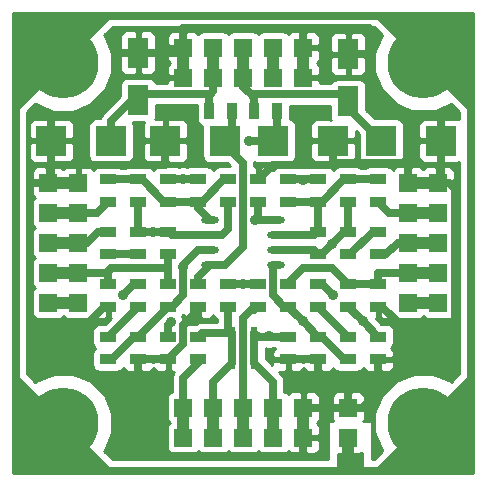
<source format=gbr>
G04 #@! TF.FileFunction,Copper,L1,Top,Signal*
%FSLAX46Y46*%
G04 Gerber Fmt 4.6, Leading zero omitted, Abs format (unit mm)*
G04 Created by KiCad (PCBNEW 4.0.2+dfsg1-2~bpo8+1-stable) date Tue 26 Jul 2016 09:45:43 AM CEST*
%MOMM*%
G01*
G04 APERTURE LIST*
%ADD10C,0.100000*%
%ADD11C,0.300000*%
%ADD12R,1.524000X1.524000*%
%ADD13R,1.397000X0.889000*%
%ADD14O,1.473200X0.609600*%
%ADD15C,6.000000*%
%ADD16R,0.889000X1.397000*%
%ADD17R,1.800860X2.499360*%
%ADD18R,2.550160X2.499360*%
%ADD19R,0.500000X1.000760*%
%ADD20R,0.501040X1.000760*%
%ADD21C,0.889000*%
%ADD22C,0.635000*%
%ADD23C,1.016000*%
%ADD24C,0.254000*%
G04 APERTURE END LIST*
D10*
D11*
X135818572Y-107890571D02*
X135961429Y-107890571D01*
X136104286Y-107962000D01*
X136175715Y-108033429D01*
X136247144Y-108176286D01*
X136318572Y-108462000D01*
X136318572Y-108819143D01*
X136247144Y-109104857D01*
X136175715Y-109247714D01*
X136104286Y-109319143D01*
X135961429Y-109390571D01*
X135818572Y-109390571D01*
X135675715Y-109319143D01*
X135604286Y-109247714D01*
X135532858Y-109104857D01*
X135461429Y-108819143D01*
X135461429Y-108462000D01*
X135532858Y-108176286D01*
X135604286Y-108033429D01*
X135675715Y-107962000D01*
X135818572Y-107890571D01*
D12*
X163830000Y-101600000D03*
X161290000Y-101600000D03*
X163830000Y-99060000D03*
X161290000Y-99060000D03*
X163830000Y-96520000D03*
X161290000Y-96520000D03*
X163830000Y-93980000D03*
X161290000Y-93980000D03*
X163830000Y-91440000D03*
X161290000Y-91440000D03*
D13*
X158750000Y-97472500D03*
X158750000Y-95567500D03*
D14*
X144526000Y-94615000D03*
X144526000Y-95885000D03*
X144526000Y-97155000D03*
X144526000Y-98425000D03*
X150114000Y-98425000D03*
X150114000Y-97155000D03*
X150114000Y-95885000D03*
X150114000Y-94615000D03*
D13*
X138430000Y-100012500D03*
X138430000Y-101917500D03*
X140970000Y-91122500D03*
X140970000Y-93027500D03*
X135890000Y-93027500D03*
X135890000Y-91122500D03*
X135890000Y-95567500D03*
X135890000Y-97472500D03*
X146050000Y-93027500D03*
X146050000Y-91122500D03*
X148590000Y-93027500D03*
X148590000Y-91122500D03*
X143510000Y-101917500D03*
X143510000Y-100012500D03*
X146050000Y-101917500D03*
X146050000Y-100012500D03*
X148590000Y-101917500D03*
X148590000Y-100012500D03*
X151130000Y-91122500D03*
X151130000Y-93027500D03*
X153670000Y-100012500D03*
X153670000Y-101917500D03*
X158750000Y-93027500D03*
X158750000Y-91122500D03*
X153670000Y-97472500D03*
X153670000Y-95567500D03*
D12*
X156210000Y-110490000D03*
X156210000Y-113030000D03*
X152400000Y-80010000D03*
X152400000Y-82550000D03*
X149860000Y-80010000D03*
X149860000Y-82550000D03*
X147320000Y-80010000D03*
X147320000Y-82550000D03*
X144780000Y-80010000D03*
X144780000Y-82550000D03*
X142240000Y-80010000D03*
X142240000Y-82550000D03*
X133350000Y-101600000D03*
X130810000Y-101600000D03*
X133350000Y-99060000D03*
X130810000Y-99060000D03*
X133350000Y-96520000D03*
X130810000Y-96520000D03*
X133350000Y-93980000D03*
X130810000Y-93980000D03*
X133350000Y-91440000D03*
X130810000Y-91440000D03*
X142240000Y-113030000D03*
X142240000Y-110490000D03*
X144780000Y-113030000D03*
X144780000Y-110490000D03*
X147320000Y-113030000D03*
X147320000Y-110490000D03*
X149860000Y-113030000D03*
X149860000Y-110490000D03*
X152400000Y-113030000D03*
X152400000Y-110490000D03*
D15*
X132080000Y-111760000D03*
X132080000Y-81280000D03*
X162560000Y-111760000D03*
X162560000Y-81280000D03*
D13*
X140970000Y-101917500D03*
X140970000Y-100012500D03*
X140970000Y-95567500D03*
X140970000Y-97472500D03*
X135890000Y-106362500D03*
X135890000Y-104457500D03*
X138430000Y-104457500D03*
X138430000Y-106362500D03*
X143510000Y-93027500D03*
X143510000Y-91122500D03*
X140970000Y-104457500D03*
X140970000Y-106362500D03*
X138430000Y-95567500D03*
X138430000Y-97472500D03*
X138430000Y-91122500D03*
X138430000Y-93027500D03*
D16*
X150177500Y-85344000D03*
X148272500Y-85344000D03*
X146367500Y-85344000D03*
X144462500Y-85344000D03*
D13*
X143510000Y-106362500D03*
X143510000Y-104457500D03*
X151130000Y-104457500D03*
X151130000Y-106362500D03*
X156210000Y-106362500D03*
X156210000Y-104457500D03*
X153670000Y-93027500D03*
X153670000Y-91122500D03*
X153670000Y-106362500D03*
X153670000Y-104457500D03*
X151130000Y-101917500D03*
X151130000Y-100012500D03*
X156210000Y-101917500D03*
X156210000Y-100012500D03*
X158750000Y-106362500D03*
X158750000Y-104457500D03*
X156210000Y-95567500D03*
X156210000Y-97472500D03*
X156210000Y-91122500D03*
X156210000Y-93027500D03*
D17*
X138430000Y-84421980D03*
X138430000Y-80424020D03*
D18*
X145780760Y-87884000D03*
X140731240Y-87884000D03*
X136128760Y-87884000D03*
X131079240Y-87884000D03*
X164068760Y-87884000D03*
X159019240Y-87884000D03*
X154924760Y-87884000D03*
X149875240Y-87884000D03*
D17*
X156210000Y-80551020D03*
X156210000Y-84548980D03*
D13*
X135890000Y-100012500D03*
X135890000Y-101917500D03*
X158750000Y-100012500D03*
X158750000Y-101917500D03*
D19*
X146367500Y-104140000D03*
X147320000Y-104140000D03*
D20*
X148272500Y-104140000D03*
D19*
X148272500Y-106680000D03*
X147320000Y-106680000D03*
X146367500Y-106680000D03*
D21*
X137160000Y-100965000D03*
X148336000Y-94615000D03*
X147828000Y-87884000D03*
X147320000Y-100012500D03*
X149479000Y-104394000D03*
X154940000Y-100965000D03*
X142240000Y-91122500D03*
X142240000Y-98552000D03*
X139700000Y-95631000D03*
X141224000Y-103251000D03*
X157448250Y-103155750D03*
X154813000Y-96647000D03*
X152368250Y-103155750D03*
X152400000Y-91186000D03*
D22*
X138430000Y-100012500D02*
X138112500Y-100012500D01*
X138112500Y-100012500D02*
X137160000Y-100965000D01*
D23*
X130810000Y-101600000D02*
X132080000Y-101600000D01*
X132080000Y-101600000D02*
X133350000Y-101600000D01*
D22*
X133350000Y-93980000D02*
X134937500Y-93980000D01*
X134937500Y-93980000D02*
X135890000Y-93027500D01*
D23*
X130810000Y-93980000D02*
X133350000Y-93980000D01*
D22*
X133350000Y-96520000D02*
X134112000Y-96520000D01*
X134112000Y-96520000D02*
X135064500Y-95567500D01*
X135064500Y-95567500D02*
X135890000Y-95567500D01*
X135890000Y-95567500D02*
X136207500Y-95567500D01*
D23*
X130810000Y-96520000D02*
X133350000Y-96520000D01*
D22*
X156210000Y-84548980D02*
X156210000Y-85074760D01*
X156210000Y-85074760D02*
X159019240Y-87884000D01*
X148272500Y-85344000D02*
X148272500Y-84264500D01*
X148272500Y-84264500D02*
X147955000Y-83947000D01*
X147320000Y-82550000D02*
X147320000Y-83312000D01*
X147320000Y-83312000D02*
X147955000Y-83947000D01*
X147955000Y-83947000D02*
X155608020Y-83947000D01*
X155608020Y-83947000D02*
X156210000Y-84548980D01*
D23*
X147320000Y-80010000D02*
X147320000Y-82550000D01*
D22*
X158750000Y-106362500D02*
X158750000Y-109093000D01*
X158750000Y-109093000D02*
X158750000Y-108839000D01*
X158750000Y-108839000D02*
X158750000Y-109093000D01*
X153670000Y-106362500D02*
X153670000Y-107823000D01*
X153797000Y-107950000D02*
X156210000Y-107950000D01*
X153670000Y-107823000D02*
X153797000Y-107950000D01*
X157988000Y-80518000D02*
X157988000Y-83566000D01*
X164068760Y-85709760D02*
X164068760Y-87884000D01*
X163957000Y-85598000D02*
X164068760Y-85709760D01*
X160020000Y-85598000D02*
X163957000Y-85598000D01*
X157988000Y-83566000D02*
X160020000Y-85598000D01*
X164068760Y-87884000D02*
X164068760Y-91201240D01*
X164068760Y-91201240D02*
X163830000Y-91440000D01*
X131079240Y-89900760D02*
X131079240Y-91170760D01*
X131079240Y-91170760D02*
X130810000Y-91440000D01*
X157988000Y-80518000D02*
X156243020Y-80518000D01*
X156243020Y-80518000D02*
X156210000Y-80551020D01*
X131079240Y-87884000D02*
X131079240Y-85709760D01*
X136618980Y-80424020D02*
X138430000Y-80424020D01*
X136525000Y-80518000D02*
X136618980Y-80424020D01*
X136525000Y-83185000D02*
X136525000Y-80518000D01*
X133985000Y-85725000D02*
X136525000Y-83185000D01*
X131094480Y-85725000D02*
X133985000Y-85725000D01*
X131079240Y-85709760D02*
X131094480Y-85725000D01*
X138430000Y-80424020D02*
X141825980Y-80424020D01*
X141825980Y-80424020D02*
X142240000Y-80010000D01*
X142146020Y-79916020D02*
X142240000Y-80010000D01*
X154924760Y-89804240D02*
X161178240Y-89804240D01*
X161290000Y-89916000D02*
X161290000Y-91440000D01*
X161178240Y-89804240D02*
X161290000Y-89916000D01*
X131079240Y-87884000D02*
X131079240Y-89900760D01*
X140731240Y-89900760D02*
X140731240Y-87884000D01*
X140716000Y-89916000D02*
X140731240Y-89900760D01*
X131094480Y-89916000D02*
X140716000Y-89916000D01*
X131079240Y-89900760D02*
X131094480Y-89916000D01*
X151130000Y-106362500D02*
X153670000Y-106362500D01*
X156210000Y-107950000D02*
X156210000Y-110490000D01*
X153670000Y-106362500D02*
X153670000Y-106680000D01*
X158750000Y-101917500D02*
X159067500Y-101917500D01*
X159067500Y-101917500D02*
X160655000Y-103505000D01*
X160655000Y-103505000D02*
X165227000Y-103505000D01*
X135890000Y-101917500D02*
X135572500Y-101917500D01*
X135572500Y-101917500D02*
X133985000Y-103505000D01*
X133985000Y-103505000D02*
X129286000Y-103505000D01*
X143510000Y-101917500D02*
X143510000Y-102235000D01*
X143510000Y-102235000D02*
X142240000Y-103505000D01*
X142240000Y-103505000D02*
X142240000Y-105092500D01*
X142240000Y-105092500D02*
X140970000Y-106362500D01*
X140970000Y-106362500D02*
X138430000Y-106362500D01*
X138430000Y-106362500D02*
X138430000Y-107823000D01*
X138430000Y-107823000D02*
X136398000Y-109855000D01*
X130810000Y-91440000D02*
X129286000Y-91440000D01*
X129286000Y-91440000D02*
X129413000Y-91440000D01*
X129413000Y-91440000D02*
X129286000Y-91440000D01*
X152400000Y-114554000D02*
X152400000Y-113030000D01*
X129286000Y-91440000D02*
X129286000Y-103505000D01*
X129286000Y-103505000D02*
X129286000Y-107188000D01*
X129286000Y-107188000D02*
X133731000Y-107188000D01*
X133731000Y-107188000D02*
X136398000Y-109855000D01*
X136398000Y-109855000D02*
X137287000Y-110744000D01*
X137287000Y-110744000D02*
X137287000Y-114427000D01*
X137287000Y-114427000D02*
X137414000Y-114554000D01*
X137414000Y-114554000D02*
X152400000Y-114554000D01*
X152400000Y-80010000D02*
X152400000Y-78359000D01*
X152400000Y-78359000D02*
X152400000Y-78486000D01*
X152400000Y-78486000D02*
X152400000Y-78359000D01*
X154924760Y-87884000D02*
X154924760Y-89804240D01*
X154924760Y-89804240D02*
X154813000Y-89916000D01*
X163830000Y-91440000D02*
X164719000Y-91440000D01*
X164719000Y-91440000D02*
X165227000Y-91948000D01*
X142240000Y-80010000D02*
X142240000Y-78359000D01*
X142240000Y-78359000D02*
X152400000Y-78359000D01*
X152400000Y-78359000D02*
X157988000Y-78359000D01*
X157988000Y-78359000D02*
X157988000Y-80518000D01*
X157353000Y-110490000D02*
X156210000Y-110490000D01*
X160782000Y-107061000D02*
X158750000Y-109093000D01*
X158750000Y-109093000D02*
X157353000Y-110490000D01*
X164973000Y-107061000D02*
X160782000Y-107061000D01*
X165227000Y-107315000D02*
X164973000Y-107061000D01*
X165227000Y-103505000D02*
X165227000Y-107315000D01*
X165227000Y-91948000D02*
X165227000Y-103505000D01*
X148590000Y-91122500D02*
X148653500Y-91122500D01*
X148653500Y-91122500D02*
X149860000Y-89916000D01*
X149860000Y-89916000D02*
X154813000Y-89916000D01*
X154924760Y-87884000D02*
X154924760Y-87995760D01*
X131079240Y-87884000D02*
X131079240Y-88153240D01*
D24*
X163830000Y-91440000D02*
X164465000Y-91440000D01*
X152400000Y-80010000D02*
X152400000Y-79375000D01*
D23*
X161290000Y-91440000D02*
X162560000Y-91440000D01*
X162560000Y-91440000D02*
X163830000Y-91440000D01*
D22*
X152400000Y-110490000D02*
X156210000Y-110490000D01*
D23*
X152400000Y-113030000D02*
X152400000Y-110490000D01*
X130810000Y-91440000D02*
X132080000Y-91440000D01*
X132080000Y-91440000D02*
X133350000Y-91440000D01*
X152400000Y-80010000D02*
X152400000Y-81280000D01*
X152400000Y-81280000D02*
X152400000Y-82550000D01*
X142240000Y-80010000D02*
X142240000Y-81280000D01*
X142240000Y-81280000D02*
X142240000Y-82550000D01*
D22*
X143510000Y-106680000D02*
X142240000Y-107950000D01*
X142240000Y-107950000D02*
X142240000Y-110490000D01*
X143510000Y-106362500D02*
X143510000Y-106680000D01*
X148590000Y-93027500D02*
X148590000Y-94361000D01*
X148590000Y-94361000D02*
X148336000Y-94615000D01*
X150114000Y-94615000D02*
X148336000Y-94615000D01*
X149875240Y-87884000D02*
X147828000Y-87884000D01*
X148590000Y-93027500D02*
X148590000Y-93091000D01*
X150177500Y-85344000D02*
X150177500Y-87581740D01*
X150177500Y-87581740D02*
X149875240Y-87884000D01*
X150177500Y-87581740D02*
X149875240Y-87884000D01*
D23*
X142240000Y-113030000D02*
X142240000Y-110490000D01*
D22*
X136128760Y-87884000D02*
X136128760Y-86215220D01*
X136128760Y-86215220D02*
X138430000Y-83913980D01*
X144462500Y-85344000D02*
X144462500Y-83913980D01*
X144462500Y-83913980D02*
X144559020Y-83913980D01*
X144780000Y-82550000D02*
X144780000Y-83693000D01*
X144559020Y-83913980D02*
X138430000Y-83913980D01*
X144780000Y-83693000D02*
X144559020Y-83913980D01*
X138430000Y-83913980D02*
X138430000Y-84597240D01*
D23*
X149860000Y-80010000D02*
X149860000Y-82550000D01*
X144780000Y-80010000D02*
X144780000Y-82550000D01*
D22*
X143510000Y-100012500D02*
X143510000Y-99441000D01*
X143510000Y-99441000D02*
X144526000Y-98425000D01*
X145780760Y-87884000D02*
X145780760Y-88249760D01*
X145780760Y-88249760D02*
X147320000Y-89789000D01*
X145796000Y-98425000D02*
X144526000Y-98425000D01*
X147320000Y-96901000D02*
X145796000Y-98425000D01*
X147320000Y-93853000D02*
X147320000Y-96901000D01*
X147320000Y-89789000D02*
X147320000Y-93853000D01*
X146367500Y-85344000D02*
X146367500Y-87297260D01*
X146367500Y-87297260D02*
X145780760Y-87884000D01*
X146367500Y-87297260D02*
X145780760Y-87884000D01*
X146050000Y-104140000D02*
X146367500Y-104140000D01*
X146050000Y-101917500D02*
X146050000Y-104140000D01*
X146367500Y-104140000D02*
X144780000Y-104140000D01*
X144780000Y-104140000D02*
X143827500Y-104140000D01*
X143827500Y-104140000D02*
X143510000Y-104457500D01*
X144780000Y-110490000D02*
X144780000Y-108267500D01*
X144780000Y-108267500D02*
X146367500Y-106680000D01*
X146367500Y-106680000D02*
X146367500Y-104140000D01*
D23*
X144780000Y-110490000D02*
X144780000Y-113030000D01*
D22*
X149479000Y-104457500D02*
X149479000Y-104394000D01*
X146050000Y-100012500D02*
X147320000Y-100012500D01*
X147320000Y-100012500D02*
X148590000Y-100012500D01*
X149860000Y-110490000D02*
X149860000Y-108267500D01*
X149860000Y-108267500D02*
X148272500Y-106680000D01*
X151130000Y-104457500D02*
X149479000Y-104457500D01*
X149479000Y-104457500D02*
X148272500Y-104457500D01*
X148272500Y-106680000D02*
X148272500Y-104394000D01*
X148336000Y-104394000D02*
X148590000Y-104394000D01*
X148590000Y-104394000D02*
X148272500Y-104394000D01*
X148272500Y-104457500D02*
X148336000Y-104394000D01*
X148272500Y-104394000D02*
X148272500Y-104140000D01*
D23*
X149860000Y-110490000D02*
X149860000Y-113030000D01*
D22*
X147320000Y-104140000D02*
X147320000Y-102870000D01*
X147320000Y-102870000D02*
X148272500Y-101917500D01*
X148272500Y-101917500D02*
X148590000Y-101917500D01*
X148272500Y-102235000D02*
X148590000Y-101917500D01*
X147320000Y-110490000D02*
X147320000Y-106680000D01*
X147320000Y-106680000D02*
X147320000Y-104140000D01*
D23*
X147320000Y-113030000D02*
X147320000Y-110490000D01*
D22*
X153670000Y-100012500D02*
X153987500Y-100012500D01*
X153987500Y-100012500D02*
X154940000Y-100965000D01*
D23*
X161290000Y-101600000D02*
X162560000Y-101600000D01*
X162560000Y-101600000D02*
X163830000Y-101600000D01*
D22*
X161290000Y-93980000D02*
X159702500Y-93980000D01*
X159702500Y-93980000D02*
X158750000Y-93027500D01*
D23*
X161290000Y-93980000D02*
X163830000Y-93980000D01*
D22*
X161290000Y-96520000D02*
X160401000Y-96520000D01*
X160401000Y-96520000D02*
X159448500Y-97472500D01*
X159448500Y-97472500D02*
X158750000Y-97472500D01*
D23*
X161290000Y-96520000D02*
X163830000Y-96520000D01*
D24*
X162560000Y-81280000D02*
X158750000Y-77470000D01*
X158750000Y-77470000D02*
X135890000Y-77470000D01*
X128270000Y-107950000D02*
X132080000Y-111760000D01*
X128270000Y-85090000D02*
X128270000Y-107950000D01*
X132080000Y-81280000D02*
X128270000Y-85090000D01*
X135890000Y-77470000D02*
X132080000Y-81280000D01*
X162560000Y-111760000D02*
X166370000Y-107950000D01*
X166370000Y-85090000D02*
X162560000Y-81280000D01*
X166370000Y-107950000D02*
X166370000Y-85090000D01*
D23*
X156210000Y-113030000D02*
X156210000Y-115570000D01*
D24*
X132080000Y-111760000D02*
X135890000Y-115570000D01*
X135890000Y-115570000D02*
X156210000Y-115570000D01*
X158750000Y-115570000D02*
X162560000Y-111760000D01*
X156210000Y-115570000D02*
X158750000Y-115570000D01*
D22*
X140970000Y-98679000D02*
X136144000Y-98679000D01*
X136144000Y-98679000D02*
X135763000Y-99060000D01*
X140970000Y-97472500D02*
X140970000Y-98679000D01*
X140970000Y-98679000D02*
X140970000Y-100012500D01*
X133350000Y-99060000D02*
X135763000Y-99060000D01*
X135890000Y-99187000D02*
X135890000Y-100012500D01*
X135763000Y-99060000D02*
X135890000Y-99187000D01*
D23*
X130810000Y-99060000D02*
X133350000Y-99060000D01*
D22*
X151130000Y-100012500D02*
X151130000Y-99949000D01*
X151130000Y-99949000D02*
X152400000Y-98679000D01*
X152400000Y-98679000D02*
X154876500Y-98679000D01*
X154876500Y-98679000D02*
X156210000Y-100012500D01*
X156210000Y-100012500D02*
X158750000Y-100012500D01*
X161290000Y-99060000D02*
X158877000Y-99060000D01*
X158877000Y-99060000D02*
X158750000Y-99060000D01*
X158750000Y-99060000D02*
X158750000Y-100012500D01*
D23*
X161290000Y-99060000D02*
X163830000Y-99060000D01*
D22*
X138430000Y-101917500D02*
X135890000Y-104457500D01*
X142240000Y-98425000D02*
X142240000Y-98552000D01*
X140970000Y-101917500D02*
X141287500Y-101917500D01*
X141287500Y-101917500D02*
X142240000Y-100965000D01*
X143510000Y-97155000D02*
X144526000Y-97155000D01*
X142240000Y-98425000D02*
X143510000Y-97155000D01*
X142240000Y-100965000D02*
X142240000Y-98425000D01*
X138430000Y-104457500D02*
X140970000Y-101917500D01*
X135890000Y-106362500D02*
X136207500Y-106362500D01*
X136207500Y-106362500D02*
X138112500Y-104457500D01*
X138112500Y-104457500D02*
X138430000Y-104457500D01*
X140970000Y-91122500D02*
X142240000Y-91122500D01*
X142240000Y-91122500D02*
X143510000Y-91122500D01*
X143510000Y-93027500D02*
X143510000Y-93599000D01*
X143510000Y-93599000D02*
X144526000Y-94615000D01*
X143510000Y-93027500D02*
X143827500Y-93027500D01*
X143827500Y-93027500D02*
X145732500Y-91122500D01*
X145732500Y-91122500D02*
X146050000Y-91122500D01*
X140970000Y-93027500D02*
X143510000Y-93027500D01*
X138430000Y-91122500D02*
X138747500Y-91122500D01*
X138747500Y-91122500D02*
X140652500Y-93027500D01*
X140652500Y-93027500D02*
X140970000Y-93027500D01*
X135890000Y-91122500D02*
X138430000Y-91122500D01*
X135890000Y-97472500D02*
X138430000Y-97472500D01*
X138112500Y-97472500D02*
X138430000Y-97472500D01*
X140970000Y-104457500D02*
X140970000Y-103505000D01*
X140970000Y-103505000D02*
X141224000Y-103251000D01*
X139700000Y-95631000D02*
X139700000Y-95567500D01*
X139700000Y-95567500D02*
X139700000Y-95631000D01*
X139700000Y-95631000D02*
X139700000Y-95567500D01*
X138430000Y-95567500D02*
X138430000Y-93027500D01*
X140970000Y-95567500D02*
X139700000Y-95567500D01*
X139700000Y-95567500D02*
X138430000Y-95567500D01*
X144526000Y-95885000D02*
X142494000Y-95885000D01*
X142494000Y-95885000D02*
X141287500Y-95885000D01*
X141287500Y-95885000D02*
X140970000Y-95567500D01*
X146050000Y-93027500D02*
X146050000Y-95377000D01*
X145542000Y-95885000D02*
X144526000Y-95885000D01*
X146050000Y-95377000D02*
X145542000Y-95885000D01*
X156210000Y-93027500D02*
X156210000Y-95567500D01*
X156210000Y-101917500D02*
X157448250Y-103155750D01*
X157448250Y-103155750D02*
X158750000Y-104457500D01*
X153670000Y-97472500D02*
X153987500Y-97472500D01*
X153987500Y-97472500D02*
X154813000Y-96647000D01*
X154813000Y-96647000D02*
X155892500Y-95567500D01*
X155892500Y-95567500D02*
X156210000Y-95567500D01*
X150114000Y-97155000D02*
X153352500Y-97155000D01*
X153352500Y-97155000D02*
X153670000Y-97472500D01*
X153670000Y-93027500D02*
X153987500Y-93027500D01*
X153987500Y-93027500D02*
X155892500Y-91122500D01*
X155892500Y-91122500D02*
X156210000Y-91122500D01*
X151130000Y-93027500D02*
X153670000Y-93027500D01*
X153670000Y-95567500D02*
X153670000Y-93027500D01*
X150114000Y-95885000D02*
X153352500Y-95885000D01*
X153352500Y-95885000D02*
X153670000Y-95567500D01*
X156210000Y-91122500D02*
X158750000Y-91122500D01*
X156210000Y-97472500D02*
X156400500Y-97472500D01*
X156400500Y-97472500D02*
X158305500Y-95567500D01*
X158305500Y-95567500D02*
X158750000Y-95567500D01*
X150812500Y-101917500D02*
X149860000Y-100965000D01*
X149860000Y-100965000D02*
X149860000Y-98679000D01*
X149860000Y-98679000D02*
X150114000Y-98425000D01*
X152400000Y-91122500D02*
X152400000Y-91186000D01*
X151130000Y-91122500D02*
X152400000Y-91122500D01*
X152400000Y-91122500D02*
X153670000Y-91122500D01*
X153670000Y-104457500D02*
X153987500Y-104457500D01*
X153987500Y-104457500D02*
X155892500Y-106362500D01*
X155892500Y-106362500D02*
X156210000Y-106362500D01*
X151130000Y-101917500D02*
X152368250Y-103155750D01*
X152368250Y-103155750D02*
X153670000Y-104457500D01*
X151130000Y-101917500D02*
X150812500Y-101917500D01*
X153670000Y-101917500D02*
X156210000Y-104457500D01*
D24*
G36*
X159075222Y-78927328D02*
X159063340Y-78939190D01*
X158433718Y-80455487D01*
X158432285Y-82097310D01*
X159059259Y-83614704D01*
X160219190Y-84776660D01*
X161735487Y-85406282D01*
X163377310Y-85407715D01*
X164894704Y-84780741D01*
X164911684Y-84763790D01*
X165608000Y-85460106D01*
X165608000Y-86056420D01*
X165470149Y-85999320D01*
X164354510Y-85999320D01*
X164195760Y-86158070D01*
X164195760Y-87757000D01*
X164215760Y-87757000D01*
X164215760Y-88011000D01*
X164195760Y-88011000D01*
X164195760Y-89609930D01*
X164354510Y-89768680D01*
X165470149Y-89768680D01*
X165608000Y-89711580D01*
X165608000Y-107579894D01*
X164912672Y-108275222D01*
X164900810Y-108263340D01*
X163384513Y-107633718D01*
X161742690Y-107632285D01*
X160225296Y-108259259D01*
X159063340Y-109419190D01*
X158433718Y-110935487D01*
X158432285Y-112577310D01*
X159059259Y-114094704D01*
X159076210Y-114111684D01*
X158379894Y-114808000D01*
X158242000Y-114808000D01*
X158242000Y-111760000D01*
X158231994Y-111710590D01*
X158203553Y-111668965D01*
X158161159Y-111641685D01*
X158115000Y-111633000D01*
X157489025Y-111633000D01*
X157510327Y-111611698D01*
X157607000Y-111378309D01*
X157607000Y-110775750D01*
X157448250Y-110617000D01*
X156337000Y-110617000D01*
X156337000Y-110637000D01*
X156083000Y-110637000D01*
X156083000Y-110617000D01*
X154971750Y-110617000D01*
X154813000Y-110775750D01*
X154813000Y-111378309D01*
X154909673Y-111611698D01*
X154930975Y-111633000D01*
X154622500Y-111633000D01*
X154573090Y-111643006D01*
X154531465Y-111671447D01*
X154504185Y-111713841D01*
X154495500Y-111760000D01*
X154495500Y-114808000D01*
X136260106Y-114808000D01*
X135564778Y-114112672D01*
X135576660Y-114100810D01*
X136206282Y-112584513D01*
X136207715Y-110942690D01*
X135580741Y-109425296D01*
X134420810Y-108263340D01*
X132904513Y-107633718D01*
X131262690Y-107632285D01*
X129745296Y-108259259D01*
X129728316Y-108276210D01*
X129032000Y-107579894D01*
X129032000Y-93218000D01*
X129400560Y-93218000D01*
X129400560Y-94742000D01*
X129444838Y-94977317D01*
X129583910Y-95193441D01*
X129665770Y-95249374D01*
X129596559Y-95293910D01*
X129451569Y-95506110D01*
X129400560Y-95758000D01*
X129400560Y-97282000D01*
X129444838Y-97517317D01*
X129583910Y-97733441D01*
X129665770Y-97789374D01*
X129596559Y-97833910D01*
X129451569Y-98046110D01*
X129400560Y-98298000D01*
X129400560Y-99822000D01*
X129444838Y-100057317D01*
X129583910Y-100273441D01*
X129665770Y-100329374D01*
X129596559Y-100373910D01*
X129451569Y-100586110D01*
X129400560Y-100838000D01*
X129400560Y-102362000D01*
X129444838Y-102597317D01*
X129583910Y-102813441D01*
X129796110Y-102958431D01*
X130048000Y-103009440D01*
X131572000Y-103009440D01*
X131807317Y-102965162D01*
X132023441Y-102826090D01*
X132079374Y-102744230D01*
X132123910Y-102813441D01*
X132336110Y-102958431D01*
X132588000Y-103009440D01*
X134112000Y-103009440D01*
X134347317Y-102965162D01*
X134563441Y-102826090D01*
X134646227Y-102704929D01*
X134653173Y-102721698D01*
X134831801Y-102900327D01*
X135065190Y-102997000D01*
X135604250Y-102997000D01*
X135763000Y-102838250D01*
X135763000Y-102044500D01*
X135743000Y-102044500D01*
X135743000Y-101790500D01*
X135763000Y-101790500D01*
X135763000Y-101770500D01*
X136017000Y-101770500D01*
X136017000Y-101790500D01*
X136037000Y-101790500D01*
X136037000Y-102044500D01*
X136017000Y-102044500D01*
X136017000Y-102838250D01*
X136089606Y-102910856D01*
X135634902Y-103365560D01*
X135191500Y-103365560D01*
X134956183Y-103409838D01*
X134740059Y-103548910D01*
X134595069Y-103761110D01*
X134544060Y-104013000D01*
X134544060Y-104902000D01*
X134588338Y-105137317D01*
X134727410Y-105353441D01*
X134809270Y-105409374D01*
X134740059Y-105453910D01*
X134595069Y-105666110D01*
X134544060Y-105918000D01*
X134544060Y-106807000D01*
X134588338Y-107042317D01*
X134727410Y-107258441D01*
X134939610Y-107403431D01*
X135191500Y-107454440D01*
X136588500Y-107454440D01*
X136823817Y-107410162D01*
X137039941Y-107271090D01*
X137162261Y-107092069D01*
X137193173Y-107166698D01*
X137371801Y-107345327D01*
X137605190Y-107442000D01*
X138144250Y-107442000D01*
X138303000Y-107283250D01*
X138303000Y-106489500D01*
X138557000Y-106489500D01*
X138557000Y-107283250D01*
X138715750Y-107442000D01*
X139254810Y-107442000D01*
X139488199Y-107345327D01*
X139666827Y-107166698D01*
X139700000Y-107086611D01*
X139733173Y-107166698D01*
X139911801Y-107345327D01*
X140145190Y-107442000D01*
X140684250Y-107442000D01*
X140843000Y-107283250D01*
X140843000Y-106489500D01*
X139795250Y-106489500D01*
X139700000Y-106584750D01*
X139604750Y-106489500D01*
X138557000Y-106489500D01*
X138303000Y-106489500D01*
X138283000Y-106489500D01*
X138283000Y-106235500D01*
X138303000Y-106235500D01*
X138303000Y-106215500D01*
X138557000Y-106215500D01*
X138557000Y-106235500D01*
X139604750Y-106235500D01*
X139700000Y-106140250D01*
X139795250Y-106235500D01*
X140843000Y-106235500D01*
X140843000Y-106215500D01*
X141097000Y-106215500D01*
X141097000Y-106235500D01*
X141117000Y-106235500D01*
X141117000Y-106489500D01*
X141097000Y-106489500D01*
X141097000Y-107283250D01*
X141255750Y-107442000D01*
X141455885Y-107442000D01*
X141360005Y-107585494D01*
X141287500Y-107950000D01*
X141287500Y-109116405D01*
X141242683Y-109124838D01*
X141026559Y-109263910D01*
X140881569Y-109476110D01*
X140830560Y-109728000D01*
X140830560Y-111252000D01*
X140874838Y-111487317D01*
X141013910Y-111703441D01*
X141095770Y-111759374D01*
X141026559Y-111803910D01*
X140881569Y-112016110D01*
X140830560Y-112268000D01*
X140830560Y-113792000D01*
X140874838Y-114027317D01*
X141013910Y-114243441D01*
X141226110Y-114388431D01*
X141478000Y-114439440D01*
X143002000Y-114439440D01*
X143237317Y-114395162D01*
X143453441Y-114256090D01*
X143509374Y-114174230D01*
X143553910Y-114243441D01*
X143766110Y-114388431D01*
X144018000Y-114439440D01*
X145542000Y-114439440D01*
X145777317Y-114395162D01*
X145993441Y-114256090D01*
X146049374Y-114174230D01*
X146093910Y-114243441D01*
X146306110Y-114388431D01*
X146558000Y-114439440D01*
X148082000Y-114439440D01*
X148317317Y-114395162D01*
X148533441Y-114256090D01*
X148589374Y-114174230D01*
X148633910Y-114243441D01*
X148846110Y-114388431D01*
X149098000Y-114439440D01*
X150622000Y-114439440D01*
X150857317Y-114395162D01*
X151073441Y-114256090D01*
X151126464Y-114178489D01*
X151278301Y-114330327D01*
X151511690Y-114427000D01*
X152114250Y-114427000D01*
X152273000Y-114268250D01*
X152273000Y-113157000D01*
X152527000Y-113157000D01*
X152527000Y-114268250D01*
X152685750Y-114427000D01*
X153288310Y-114427000D01*
X153521699Y-114330327D01*
X153700327Y-114151698D01*
X153797000Y-113918309D01*
X153797000Y-113315750D01*
X153638250Y-113157000D01*
X152527000Y-113157000D01*
X152273000Y-113157000D01*
X152253000Y-113157000D01*
X152253000Y-112903000D01*
X152273000Y-112903000D01*
X152273000Y-111791750D01*
X152241250Y-111760000D01*
X152273000Y-111728250D01*
X152273000Y-110617000D01*
X152527000Y-110617000D01*
X152527000Y-111728250D01*
X152558750Y-111760000D01*
X152527000Y-111791750D01*
X152527000Y-112903000D01*
X153638250Y-112903000D01*
X153797000Y-112744250D01*
X153797000Y-112141691D01*
X153700327Y-111908302D01*
X153552026Y-111760000D01*
X153700327Y-111611698D01*
X153797000Y-111378309D01*
X153797000Y-110775750D01*
X153638250Y-110617000D01*
X152527000Y-110617000D01*
X152273000Y-110617000D01*
X152253000Y-110617000D01*
X152253000Y-110363000D01*
X152273000Y-110363000D01*
X152273000Y-109251750D01*
X152527000Y-109251750D01*
X152527000Y-110363000D01*
X153638250Y-110363000D01*
X153797000Y-110204250D01*
X153797000Y-109601691D01*
X154813000Y-109601691D01*
X154813000Y-110204250D01*
X154971750Y-110363000D01*
X156083000Y-110363000D01*
X156083000Y-109251750D01*
X156337000Y-109251750D01*
X156337000Y-110363000D01*
X157448250Y-110363000D01*
X157607000Y-110204250D01*
X157607000Y-109601691D01*
X157510327Y-109368302D01*
X157331699Y-109189673D01*
X157098310Y-109093000D01*
X156495750Y-109093000D01*
X156337000Y-109251750D01*
X156083000Y-109251750D01*
X155924250Y-109093000D01*
X155321690Y-109093000D01*
X155088301Y-109189673D01*
X154909673Y-109368302D01*
X154813000Y-109601691D01*
X153797000Y-109601691D01*
X153700327Y-109368302D01*
X153521699Y-109189673D01*
X153288310Y-109093000D01*
X152685750Y-109093000D01*
X152527000Y-109251750D01*
X152273000Y-109251750D01*
X152114250Y-109093000D01*
X151511690Y-109093000D01*
X151278301Y-109189673D01*
X151127329Y-109340646D01*
X151086090Y-109276559D01*
X150873890Y-109131569D01*
X150812500Y-109119137D01*
X150812500Y-108267500D01*
X150739995Y-107902994D01*
X150533519Y-107593981D01*
X150381538Y-107442000D01*
X150844250Y-107442000D01*
X151003000Y-107283250D01*
X151003000Y-106489500D01*
X151257000Y-106489500D01*
X151257000Y-107283250D01*
X151415750Y-107442000D01*
X151954810Y-107442000D01*
X152188199Y-107345327D01*
X152366827Y-107166698D01*
X152400000Y-107086611D01*
X152433173Y-107166698D01*
X152611801Y-107345327D01*
X152845190Y-107442000D01*
X153384250Y-107442000D01*
X153543000Y-107283250D01*
X153543000Y-106489500D01*
X152495250Y-106489500D01*
X152400000Y-106584750D01*
X152304750Y-106489500D01*
X151257000Y-106489500D01*
X151003000Y-106489500D01*
X149955250Y-106489500D01*
X149796500Y-106648250D01*
X149796500Y-106856962D01*
X149225000Y-106285462D01*
X149225000Y-105457396D01*
X149263332Y-105473313D01*
X149692784Y-105473687D01*
X149846918Y-105410000D01*
X150041474Y-105410000D01*
X149893173Y-105558302D01*
X149796500Y-105791691D01*
X149796500Y-106076750D01*
X149955250Y-106235500D01*
X151003000Y-106235500D01*
X151003000Y-106215500D01*
X151257000Y-106215500D01*
X151257000Y-106235500D01*
X152304750Y-106235500D01*
X152400000Y-106140250D01*
X152495250Y-106235500D01*
X153543000Y-106235500D01*
X153543000Y-106215500D01*
X153797000Y-106215500D01*
X153797000Y-106235500D01*
X153817000Y-106235500D01*
X153817000Y-106489500D01*
X153797000Y-106489500D01*
X153797000Y-107283250D01*
X153955750Y-107442000D01*
X154494810Y-107442000D01*
X154728199Y-107345327D01*
X154906827Y-107166698D01*
X154938763Y-107089598D01*
X155047410Y-107258441D01*
X155259610Y-107403431D01*
X155511500Y-107454440D01*
X156908500Y-107454440D01*
X157143817Y-107410162D01*
X157359941Y-107271090D01*
X157482261Y-107092069D01*
X157513173Y-107166698D01*
X157691801Y-107345327D01*
X157925190Y-107442000D01*
X158464250Y-107442000D01*
X158623000Y-107283250D01*
X158623000Y-106489500D01*
X158877000Y-106489500D01*
X158877000Y-107283250D01*
X159035750Y-107442000D01*
X159574810Y-107442000D01*
X159808199Y-107345327D01*
X159986827Y-107166698D01*
X160083500Y-106933309D01*
X160083500Y-106648250D01*
X159924750Y-106489500D01*
X158877000Y-106489500D01*
X158623000Y-106489500D01*
X158603000Y-106489500D01*
X158603000Y-106235500D01*
X158623000Y-106235500D01*
X158623000Y-106215500D01*
X158877000Y-106215500D01*
X158877000Y-106235500D01*
X159924750Y-106235500D01*
X160083500Y-106076750D01*
X160083500Y-105791691D01*
X159986827Y-105558302D01*
X159835854Y-105407329D01*
X159899941Y-105366090D01*
X160044931Y-105153890D01*
X160095940Y-104902000D01*
X160095940Y-104013000D01*
X160051662Y-103777683D01*
X159912590Y-103561559D01*
X159700390Y-103416569D01*
X159448500Y-103365560D01*
X159005099Y-103365560D01*
X158550394Y-102910856D01*
X158623000Y-102838250D01*
X158623000Y-102044500D01*
X158603000Y-102044500D01*
X158603000Y-101790500D01*
X158623000Y-101790500D01*
X158623000Y-101770500D01*
X158877000Y-101770500D01*
X158877000Y-101790500D01*
X158897000Y-101790500D01*
X158897000Y-102044500D01*
X158877000Y-102044500D01*
X158877000Y-102838250D01*
X159035750Y-102997000D01*
X159574810Y-102997000D01*
X159808199Y-102900327D01*
X159986827Y-102721698D01*
X159993895Y-102704635D01*
X160063910Y-102813441D01*
X160276110Y-102958431D01*
X160528000Y-103009440D01*
X162052000Y-103009440D01*
X162287317Y-102965162D01*
X162503441Y-102826090D01*
X162559374Y-102744230D01*
X162603910Y-102813441D01*
X162816110Y-102958431D01*
X163068000Y-103009440D01*
X164592000Y-103009440D01*
X164827317Y-102965162D01*
X165043441Y-102826090D01*
X165188431Y-102613890D01*
X165239440Y-102362000D01*
X165239440Y-100838000D01*
X165195162Y-100602683D01*
X165056090Y-100386559D01*
X164974230Y-100330626D01*
X165043441Y-100286090D01*
X165188431Y-100073890D01*
X165239440Y-99822000D01*
X165239440Y-98298000D01*
X165195162Y-98062683D01*
X165056090Y-97846559D01*
X164974230Y-97790626D01*
X165043441Y-97746090D01*
X165188431Y-97533890D01*
X165239440Y-97282000D01*
X165239440Y-95758000D01*
X165195162Y-95522683D01*
X165056090Y-95306559D01*
X164974230Y-95250626D01*
X165043441Y-95206090D01*
X165188431Y-94993890D01*
X165239440Y-94742000D01*
X165239440Y-93218000D01*
X165195162Y-92982683D01*
X165056090Y-92766559D01*
X164978489Y-92713536D01*
X165130327Y-92561699D01*
X165227000Y-92328310D01*
X165227000Y-91725750D01*
X165068250Y-91567000D01*
X163957000Y-91567000D01*
X163957000Y-91587000D01*
X163703000Y-91587000D01*
X163703000Y-91567000D01*
X162591750Y-91567000D01*
X162560000Y-91598750D01*
X162528250Y-91567000D01*
X161417000Y-91567000D01*
X161417000Y-91587000D01*
X161163000Y-91587000D01*
X161163000Y-91567000D01*
X161143000Y-91567000D01*
X161143000Y-91313000D01*
X161163000Y-91313000D01*
X161163000Y-90201750D01*
X161417000Y-90201750D01*
X161417000Y-91313000D01*
X162528250Y-91313000D01*
X162560000Y-91281250D01*
X162591750Y-91313000D01*
X163703000Y-91313000D01*
X163703000Y-90201750D01*
X163957000Y-90201750D01*
X163957000Y-91313000D01*
X165068250Y-91313000D01*
X165227000Y-91154250D01*
X165227000Y-90551690D01*
X165130327Y-90318301D01*
X164951698Y-90139673D01*
X164718309Y-90043000D01*
X164115750Y-90043000D01*
X163957000Y-90201750D01*
X163703000Y-90201750D01*
X163544250Y-90043000D01*
X162941691Y-90043000D01*
X162708302Y-90139673D01*
X162560000Y-90287974D01*
X162411698Y-90139673D01*
X162178309Y-90043000D01*
X161575750Y-90043000D01*
X161417000Y-90201750D01*
X161163000Y-90201750D01*
X161004250Y-90043000D01*
X160401691Y-90043000D01*
X160168302Y-90139673D01*
X159989673Y-90318301D01*
X159982605Y-90335365D01*
X159912590Y-90226559D01*
X159700390Y-90081569D01*
X159448500Y-90030560D01*
X158051500Y-90030560D01*
X157816183Y-90074838D01*
X157668297Y-90170000D01*
X157289813Y-90170000D01*
X157160390Y-90081569D01*
X156908500Y-90030560D01*
X155511500Y-90030560D01*
X155276183Y-90074838D01*
X155060059Y-90213910D01*
X154938722Y-90391493D01*
X154832590Y-90226559D01*
X154620390Y-90081569D01*
X154368500Y-90030560D01*
X152971500Y-90030560D01*
X152736183Y-90074838D01*
X152658834Y-90124611D01*
X152615668Y-90106687D01*
X152186216Y-90106313D01*
X152142837Y-90124237D01*
X152080390Y-90081569D01*
X151828500Y-90030560D01*
X150431500Y-90030560D01*
X150196183Y-90074838D01*
X149980059Y-90213910D01*
X149857739Y-90392931D01*
X149826827Y-90318302D01*
X149648199Y-90139673D01*
X149414810Y-90043000D01*
X148875750Y-90043000D01*
X148717000Y-90201750D01*
X148717000Y-90995500D01*
X148737000Y-90995500D01*
X148737000Y-91249500D01*
X148717000Y-91249500D01*
X148717000Y-91269500D01*
X148463000Y-91269500D01*
X148463000Y-91249500D01*
X148443000Y-91249500D01*
X148443000Y-90995500D01*
X148463000Y-90995500D01*
X148463000Y-90201750D01*
X148304250Y-90043000D01*
X148272500Y-90043000D01*
X148272500Y-89789000D01*
X148247026Y-89660934D01*
X148348270Y-89730111D01*
X148600160Y-89781120D01*
X151150320Y-89781120D01*
X151385637Y-89736842D01*
X151601761Y-89597770D01*
X151746751Y-89385570D01*
X151797760Y-89133680D01*
X151797760Y-88169750D01*
X153014680Y-88169750D01*
X153014680Y-89259990D01*
X153111353Y-89493379D01*
X153289982Y-89672007D01*
X153523371Y-89768680D01*
X154639010Y-89768680D01*
X154797760Y-89609930D01*
X154797760Y-88011000D01*
X155051760Y-88011000D01*
X155051760Y-89609930D01*
X155210510Y-89768680D01*
X156326149Y-89768680D01*
X156559538Y-89672007D01*
X156738167Y-89493379D01*
X156834840Y-89259990D01*
X156834840Y-88169750D01*
X156676090Y-88011000D01*
X155051760Y-88011000D01*
X154797760Y-88011000D01*
X153173430Y-88011000D01*
X153014680Y-88169750D01*
X151797760Y-88169750D01*
X151797760Y-86634320D01*
X151753482Y-86399003D01*
X151614410Y-86182879D01*
X151402210Y-86037889D01*
X151269440Y-86011002D01*
X151269440Y-84899500D01*
X154662130Y-84899500D01*
X154662130Y-85798660D01*
X154706408Y-86033977D01*
X154765503Y-86125813D01*
X154639010Y-85999320D01*
X153523371Y-85999320D01*
X153289982Y-86095993D01*
X153111353Y-86274621D01*
X153014680Y-86508010D01*
X153014680Y-87598250D01*
X153173430Y-87757000D01*
X154797760Y-87757000D01*
X154797760Y-87737000D01*
X155051760Y-87737000D01*
X155051760Y-87757000D01*
X156676090Y-87757000D01*
X156834840Y-87598250D01*
X156834840Y-87046638D01*
X157096720Y-87308518D01*
X157096720Y-89133680D01*
X157140998Y-89368997D01*
X157280070Y-89585121D01*
X157492270Y-89730111D01*
X157744160Y-89781120D01*
X160294320Y-89781120D01*
X160529637Y-89736842D01*
X160745761Y-89597770D01*
X160890751Y-89385570D01*
X160941760Y-89133680D01*
X160941760Y-88169750D01*
X162158680Y-88169750D01*
X162158680Y-89259990D01*
X162255353Y-89493379D01*
X162433982Y-89672007D01*
X162667371Y-89768680D01*
X163783010Y-89768680D01*
X163941760Y-89609930D01*
X163941760Y-88011000D01*
X162317430Y-88011000D01*
X162158680Y-88169750D01*
X160941760Y-88169750D01*
X160941760Y-86634320D01*
X160917994Y-86508010D01*
X162158680Y-86508010D01*
X162158680Y-87598250D01*
X162317430Y-87757000D01*
X163941760Y-87757000D01*
X163941760Y-86158070D01*
X163783010Y-85999320D01*
X162667371Y-85999320D01*
X162433982Y-86095993D01*
X162255353Y-86274621D01*
X162158680Y-86508010D01*
X160917994Y-86508010D01*
X160897482Y-86399003D01*
X160758410Y-86182879D01*
X160546210Y-86037889D01*
X160294320Y-85986880D01*
X158469158Y-85986880D01*
X157757870Y-85275592D01*
X157757870Y-83299300D01*
X157713592Y-83063983D01*
X157574520Y-82847859D01*
X157362320Y-82702869D01*
X157110430Y-82651860D01*
X155309570Y-82651860D01*
X155074253Y-82696138D01*
X154858129Y-82835210D01*
X154749291Y-82994500D01*
X153797000Y-82994500D01*
X153797000Y-82835750D01*
X153638250Y-82677000D01*
X152527000Y-82677000D01*
X152527000Y-82697000D01*
X152273000Y-82697000D01*
X152273000Y-82677000D01*
X152253000Y-82677000D01*
X152253000Y-82423000D01*
X152273000Y-82423000D01*
X152273000Y-81311750D01*
X152241250Y-81280000D01*
X152273000Y-81248250D01*
X152273000Y-80137000D01*
X152527000Y-80137000D01*
X152527000Y-81248250D01*
X152558750Y-81280000D01*
X152527000Y-81311750D01*
X152527000Y-82423000D01*
X153638250Y-82423000D01*
X153797000Y-82264250D01*
X153797000Y-81661691D01*
X153700327Y-81428302D01*
X153552026Y-81280000D01*
X153700327Y-81131698D01*
X153797000Y-80898309D01*
X153797000Y-80836770D01*
X154674570Y-80836770D01*
X154674570Y-81927009D01*
X154771243Y-82160398D01*
X154949871Y-82339027D01*
X155183260Y-82435700D01*
X155924250Y-82435700D01*
X156083000Y-82276950D01*
X156083000Y-80678020D01*
X156337000Y-80678020D01*
X156337000Y-82276950D01*
X156495750Y-82435700D01*
X157236740Y-82435700D01*
X157470129Y-82339027D01*
X157648757Y-82160398D01*
X157745430Y-81927009D01*
X157745430Y-80836770D01*
X157586680Y-80678020D01*
X156337000Y-80678020D01*
X156083000Y-80678020D01*
X154833320Y-80678020D01*
X154674570Y-80836770D01*
X153797000Y-80836770D01*
X153797000Y-80295750D01*
X153638250Y-80137000D01*
X152527000Y-80137000D01*
X152273000Y-80137000D01*
X152253000Y-80137000D01*
X152253000Y-79883000D01*
X152273000Y-79883000D01*
X152273000Y-78771750D01*
X152527000Y-78771750D01*
X152527000Y-79883000D01*
X153638250Y-79883000D01*
X153797000Y-79724250D01*
X153797000Y-79175031D01*
X154674570Y-79175031D01*
X154674570Y-80265270D01*
X154833320Y-80424020D01*
X156083000Y-80424020D01*
X156083000Y-78825090D01*
X156337000Y-78825090D01*
X156337000Y-80424020D01*
X157586680Y-80424020D01*
X157745430Y-80265270D01*
X157745430Y-79175031D01*
X157648757Y-78941642D01*
X157470129Y-78763013D01*
X157236740Y-78666340D01*
X156495750Y-78666340D01*
X156337000Y-78825090D01*
X156083000Y-78825090D01*
X155924250Y-78666340D01*
X155183260Y-78666340D01*
X154949871Y-78763013D01*
X154771243Y-78941642D01*
X154674570Y-79175031D01*
X153797000Y-79175031D01*
X153797000Y-79121691D01*
X153700327Y-78888302D01*
X153521699Y-78709673D01*
X153288310Y-78613000D01*
X152685750Y-78613000D01*
X152527000Y-78771750D01*
X152273000Y-78771750D01*
X152114250Y-78613000D01*
X151511690Y-78613000D01*
X151278301Y-78709673D01*
X151127329Y-78860646D01*
X151086090Y-78796559D01*
X150873890Y-78651569D01*
X150622000Y-78600560D01*
X149098000Y-78600560D01*
X148862683Y-78644838D01*
X148646559Y-78783910D01*
X148590626Y-78865770D01*
X148546090Y-78796559D01*
X148333890Y-78651569D01*
X148082000Y-78600560D01*
X146558000Y-78600560D01*
X146322683Y-78644838D01*
X146106559Y-78783910D01*
X146050626Y-78865770D01*
X146006090Y-78796559D01*
X145793890Y-78651569D01*
X145542000Y-78600560D01*
X144018000Y-78600560D01*
X143782683Y-78644838D01*
X143566559Y-78783910D01*
X143513536Y-78861511D01*
X143361699Y-78709673D01*
X143128310Y-78613000D01*
X142525750Y-78613000D01*
X142367000Y-78771750D01*
X142367000Y-79883000D01*
X142387000Y-79883000D01*
X142387000Y-80137000D01*
X142367000Y-80137000D01*
X142367000Y-81248250D01*
X142398750Y-81280000D01*
X142367000Y-81311750D01*
X142367000Y-82423000D01*
X142387000Y-82423000D01*
X142387000Y-82677000D01*
X142367000Y-82677000D01*
X142367000Y-82697000D01*
X142113000Y-82697000D01*
X142113000Y-82677000D01*
X141001750Y-82677000D01*
X140843000Y-82835750D01*
X140843000Y-82961480D01*
X139938201Y-82961480D01*
X139933592Y-82936983D01*
X139794520Y-82720859D01*
X139582320Y-82575869D01*
X139330430Y-82524860D01*
X137529570Y-82524860D01*
X137294253Y-82569138D01*
X137078129Y-82708210D01*
X136933139Y-82920410D01*
X136882130Y-83172300D01*
X136882130Y-84114812D01*
X135455241Y-85541701D01*
X135248765Y-85850714D01*
X135221680Y-85986880D01*
X134853680Y-85986880D01*
X134618363Y-86031158D01*
X134402239Y-86170230D01*
X134257249Y-86382430D01*
X134206240Y-86634320D01*
X134206240Y-89133680D01*
X134250518Y-89368997D01*
X134389590Y-89585121D01*
X134601790Y-89730111D01*
X134853680Y-89781120D01*
X137403840Y-89781120D01*
X137639157Y-89736842D01*
X137855281Y-89597770D01*
X138000271Y-89385570D01*
X138051280Y-89133680D01*
X138051280Y-88169750D01*
X138821160Y-88169750D01*
X138821160Y-89259990D01*
X138917833Y-89493379D01*
X139096462Y-89672007D01*
X139329851Y-89768680D01*
X140445490Y-89768680D01*
X140604240Y-89609930D01*
X140604240Y-88011000D01*
X140858240Y-88011000D01*
X140858240Y-89609930D01*
X141016990Y-89768680D01*
X142132629Y-89768680D01*
X142366018Y-89672007D01*
X142544647Y-89493379D01*
X142641320Y-89259990D01*
X142641320Y-88169750D01*
X142482570Y-88011000D01*
X140858240Y-88011000D01*
X140604240Y-88011000D01*
X138979910Y-88011000D01*
X138821160Y-88169750D01*
X138051280Y-88169750D01*
X138051280Y-86634320D01*
X138007002Y-86399003D01*
X137955586Y-86319100D01*
X138899409Y-86319100D01*
X138821160Y-86508010D01*
X138821160Y-87598250D01*
X138979910Y-87757000D01*
X140604240Y-87757000D01*
X140604240Y-86158070D01*
X140858240Y-86158070D01*
X140858240Y-87757000D01*
X142482570Y-87757000D01*
X142641320Y-87598250D01*
X142641320Y-86508010D01*
X142544647Y-86274621D01*
X142366018Y-86095993D01*
X142132629Y-85999320D01*
X141016990Y-85999320D01*
X140858240Y-86158070D01*
X140604240Y-86158070D01*
X140445490Y-85999320D01*
X139875090Y-85999320D01*
X139926861Y-85923550D01*
X139977870Y-85671660D01*
X139977870Y-84866480D01*
X143370560Y-84866480D01*
X143370560Y-86042500D01*
X143414838Y-86277817D01*
X143553910Y-86493941D01*
X143766110Y-86638931D01*
X143858240Y-86657588D01*
X143858240Y-89133680D01*
X143902518Y-89368997D01*
X144041590Y-89585121D01*
X144253790Y-89730111D01*
X144505680Y-89781120D01*
X145965082Y-89781120D01*
X146214522Y-90030560D01*
X145351500Y-90030560D01*
X145116183Y-90074838D01*
X144900059Y-90213910D01*
X144778722Y-90391493D01*
X144672590Y-90226559D01*
X144460390Y-90081569D01*
X144208500Y-90030560D01*
X142811500Y-90030560D01*
X142576183Y-90074838D01*
X142558812Y-90086016D01*
X142455668Y-90043187D01*
X142026216Y-90042813D01*
X141924923Y-90084666D01*
X141920390Y-90081569D01*
X141668500Y-90030560D01*
X140271500Y-90030560D01*
X140036183Y-90074838D01*
X139820059Y-90213910D01*
X139698722Y-90391493D01*
X139592590Y-90226559D01*
X139380390Y-90081569D01*
X139128500Y-90030560D01*
X137731500Y-90030560D01*
X137496183Y-90074838D01*
X137348297Y-90170000D01*
X136969813Y-90170000D01*
X136840390Y-90081569D01*
X136588500Y-90030560D01*
X135191500Y-90030560D01*
X134956183Y-90074838D01*
X134740059Y-90213910D01*
X134657273Y-90335071D01*
X134650327Y-90318301D01*
X134471698Y-90139673D01*
X134238309Y-90043000D01*
X133635750Y-90043000D01*
X133477000Y-90201750D01*
X133477000Y-91313000D01*
X133497000Y-91313000D01*
X133497000Y-91567000D01*
X133477000Y-91567000D01*
X133477000Y-91587000D01*
X133223000Y-91587000D01*
X133223000Y-91567000D01*
X132111750Y-91567000D01*
X132080000Y-91598750D01*
X132048250Y-91567000D01*
X130937000Y-91567000D01*
X130937000Y-91587000D01*
X130683000Y-91587000D01*
X130683000Y-91567000D01*
X129571750Y-91567000D01*
X129413000Y-91725750D01*
X129413000Y-92328310D01*
X129509673Y-92561699D01*
X129660646Y-92712671D01*
X129596559Y-92753910D01*
X129451569Y-92966110D01*
X129400560Y-93218000D01*
X129032000Y-93218000D01*
X129032000Y-90551690D01*
X129413000Y-90551690D01*
X129413000Y-91154250D01*
X129571750Y-91313000D01*
X130683000Y-91313000D01*
X130683000Y-90201750D01*
X130937000Y-90201750D01*
X130937000Y-91313000D01*
X132048250Y-91313000D01*
X132080000Y-91281250D01*
X132111750Y-91313000D01*
X133223000Y-91313000D01*
X133223000Y-90201750D01*
X133064250Y-90043000D01*
X132461691Y-90043000D01*
X132228302Y-90139673D01*
X132080000Y-90287974D01*
X131931698Y-90139673D01*
X131698309Y-90043000D01*
X131095750Y-90043000D01*
X130937000Y-90201750D01*
X130683000Y-90201750D01*
X130524250Y-90043000D01*
X129921691Y-90043000D01*
X129688302Y-90139673D01*
X129509673Y-90318301D01*
X129413000Y-90551690D01*
X129032000Y-90551690D01*
X129032000Y-88169750D01*
X129169160Y-88169750D01*
X129169160Y-89259990D01*
X129265833Y-89493379D01*
X129444462Y-89672007D01*
X129677851Y-89768680D01*
X130793490Y-89768680D01*
X130952240Y-89609930D01*
X130952240Y-88011000D01*
X131206240Y-88011000D01*
X131206240Y-89609930D01*
X131364990Y-89768680D01*
X132480629Y-89768680D01*
X132714018Y-89672007D01*
X132892647Y-89493379D01*
X132989320Y-89259990D01*
X132989320Y-88169750D01*
X132830570Y-88011000D01*
X131206240Y-88011000D01*
X130952240Y-88011000D01*
X129327910Y-88011000D01*
X129169160Y-88169750D01*
X129032000Y-88169750D01*
X129032000Y-86508010D01*
X129169160Y-86508010D01*
X129169160Y-87598250D01*
X129327910Y-87757000D01*
X130952240Y-87757000D01*
X130952240Y-86158070D01*
X131206240Y-86158070D01*
X131206240Y-87757000D01*
X132830570Y-87757000D01*
X132989320Y-87598250D01*
X132989320Y-86508010D01*
X132892647Y-86274621D01*
X132714018Y-86095993D01*
X132480629Y-85999320D01*
X131364990Y-85999320D01*
X131206240Y-86158070D01*
X130952240Y-86158070D01*
X130793490Y-85999320D01*
X129677851Y-85999320D01*
X129444462Y-86095993D01*
X129265833Y-86274621D01*
X129169160Y-86508010D01*
X129032000Y-86508010D01*
X129032000Y-85460106D01*
X129727328Y-84764778D01*
X129739190Y-84776660D01*
X131255487Y-85406282D01*
X132897310Y-85407715D01*
X134414704Y-84780741D01*
X135576660Y-83620810D01*
X136206282Y-82104513D01*
X136207499Y-80709770D01*
X136894570Y-80709770D01*
X136894570Y-81800009D01*
X136991243Y-82033398D01*
X137169871Y-82212027D01*
X137403260Y-82308700D01*
X138144250Y-82308700D01*
X138303000Y-82149950D01*
X138303000Y-80551020D01*
X138557000Y-80551020D01*
X138557000Y-82149950D01*
X138715750Y-82308700D01*
X139456740Y-82308700D01*
X139690129Y-82212027D01*
X139868757Y-82033398D01*
X139965430Y-81800009D01*
X139965430Y-80709770D01*
X139806680Y-80551020D01*
X138557000Y-80551020D01*
X138303000Y-80551020D01*
X137053320Y-80551020D01*
X136894570Y-80709770D01*
X136207499Y-80709770D01*
X136207715Y-80462690D01*
X135623191Y-79048031D01*
X136894570Y-79048031D01*
X136894570Y-80138270D01*
X137053320Y-80297020D01*
X138303000Y-80297020D01*
X138303000Y-78698090D01*
X138557000Y-78698090D01*
X138557000Y-80297020D01*
X139806680Y-80297020D01*
X139807950Y-80295750D01*
X140843000Y-80295750D01*
X140843000Y-80898309D01*
X140939673Y-81131698D01*
X141087974Y-81280000D01*
X140939673Y-81428302D01*
X140843000Y-81661691D01*
X140843000Y-82264250D01*
X141001750Y-82423000D01*
X142113000Y-82423000D01*
X142113000Y-81311750D01*
X142081250Y-81280000D01*
X142113000Y-81248250D01*
X142113000Y-80137000D01*
X141001750Y-80137000D01*
X140843000Y-80295750D01*
X139807950Y-80295750D01*
X139965430Y-80138270D01*
X139965430Y-79121691D01*
X140843000Y-79121691D01*
X140843000Y-79724250D01*
X141001750Y-79883000D01*
X142113000Y-79883000D01*
X142113000Y-78771750D01*
X141954250Y-78613000D01*
X141351690Y-78613000D01*
X141118301Y-78709673D01*
X140939673Y-78888302D01*
X140843000Y-79121691D01*
X139965430Y-79121691D01*
X139965430Y-79048031D01*
X139868757Y-78814642D01*
X139690129Y-78636013D01*
X139456740Y-78539340D01*
X138715750Y-78539340D01*
X138557000Y-78698090D01*
X138303000Y-78698090D01*
X138144250Y-78539340D01*
X137403260Y-78539340D01*
X137169871Y-78636013D01*
X136991243Y-78814642D01*
X136894570Y-79048031D01*
X135623191Y-79048031D01*
X135580741Y-78945296D01*
X135563790Y-78928316D01*
X136260106Y-78232000D01*
X158379894Y-78232000D01*
X159075222Y-78927328D01*
X159075222Y-78927328D01*
G37*
X159075222Y-78927328D02*
X159063340Y-78939190D01*
X158433718Y-80455487D01*
X158432285Y-82097310D01*
X159059259Y-83614704D01*
X160219190Y-84776660D01*
X161735487Y-85406282D01*
X163377310Y-85407715D01*
X164894704Y-84780741D01*
X164911684Y-84763790D01*
X165608000Y-85460106D01*
X165608000Y-86056420D01*
X165470149Y-85999320D01*
X164354510Y-85999320D01*
X164195760Y-86158070D01*
X164195760Y-87757000D01*
X164215760Y-87757000D01*
X164215760Y-88011000D01*
X164195760Y-88011000D01*
X164195760Y-89609930D01*
X164354510Y-89768680D01*
X165470149Y-89768680D01*
X165608000Y-89711580D01*
X165608000Y-107579894D01*
X164912672Y-108275222D01*
X164900810Y-108263340D01*
X163384513Y-107633718D01*
X161742690Y-107632285D01*
X160225296Y-108259259D01*
X159063340Y-109419190D01*
X158433718Y-110935487D01*
X158432285Y-112577310D01*
X159059259Y-114094704D01*
X159076210Y-114111684D01*
X158379894Y-114808000D01*
X158242000Y-114808000D01*
X158242000Y-111760000D01*
X158231994Y-111710590D01*
X158203553Y-111668965D01*
X158161159Y-111641685D01*
X158115000Y-111633000D01*
X157489025Y-111633000D01*
X157510327Y-111611698D01*
X157607000Y-111378309D01*
X157607000Y-110775750D01*
X157448250Y-110617000D01*
X156337000Y-110617000D01*
X156337000Y-110637000D01*
X156083000Y-110637000D01*
X156083000Y-110617000D01*
X154971750Y-110617000D01*
X154813000Y-110775750D01*
X154813000Y-111378309D01*
X154909673Y-111611698D01*
X154930975Y-111633000D01*
X154622500Y-111633000D01*
X154573090Y-111643006D01*
X154531465Y-111671447D01*
X154504185Y-111713841D01*
X154495500Y-111760000D01*
X154495500Y-114808000D01*
X136260106Y-114808000D01*
X135564778Y-114112672D01*
X135576660Y-114100810D01*
X136206282Y-112584513D01*
X136207715Y-110942690D01*
X135580741Y-109425296D01*
X134420810Y-108263340D01*
X132904513Y-107633718D01*
X131262690Y-107632285D01*
X129745296Y-108259259D01*
X129728316Y-108276210D01*
X129032000Y-107579894D01*
X129032000Y-93218000D01*
X129400560Y-93218000D01*
X129400560Y-94742000D01*
X129444838Y-94977317D01*
X129583910Y-95193441D01*
X129665770Y-95249374D01*
X129596559Y-95293910D01*
X129451569Y-95506110D01*
X129400560Y-95758000D01*
X129400560Y-97282000D01*
X129444838Y-97517317D01*
X129583910Y-97733441D01*
X129665770Y-97789374D01*
X129596559Y-97833910D01*
X129451569Y-98046110D01*
X129400560Y-98298000D01*
X129400560Y-99822000D01*
X129444838Y-100057317D01*
X129583910Y-100273441D01*
X129665770Y-100329374D01*
X129596559Y-100373910D01*
X129451569Y-100586110D01*
X129400560Y-100838000D01*
X129400560Y-102362000D01*
X129444838Y-102597317D01*
X129583910Y-102813441D01*
X129796110Y-102958431D01*
X130048000Y-103009440D01*
X131572000Y-103009440D01*
X131807317Y-102965162D01*
X132023441Y-102826090D01*
X132079374Y-102744230D01*
X132123910Y-102813441D01*
X132336110Y-102958431D01*
X132588000Y-103009440D01*
X134112000Y-103009440D01*
X134347317Y-102965162D01*
X134563441Y-102826090D01*
X134646227Y-102704929D01*
X134653173Y-102721698D01*
X134831801Y-102900327D01*
X135065190Y-102997000D01*
X135604250Y-102997000D01*
X135763000Y-102838250D01*
X135763000Y-102044500D01*
X135743000Y-102044500D01*
X135743000Y-101790500D01*
X135763000Y-101790500D01*
X135763000Y-101770500D01*
X136017000Y-101770500D01*
X136017000Y-101790500D01*
X136037000Y-101790500D01*
X136037000Y-102044500D01*
X136017000Y-102044500D01*
X136017000Y-102838250D01*
X136089606Y-102910856D01*
X135634902Y-103365560D01*
X135191500Y-103365560D01*
X134956183Y-103409838D01*
X134740059Y-103548910D01*
X134595069Y-103761110D01*
X134544060Y-104013000D01*
X134544060Y-104902000D01*
X134588338Y-105137317D01*
X134727410Y-105353441D01*
X134809270Y-105409374D01*
X134740059Y-105453910D01*
X134595069Y-105666110D01*
X134544060Y-105918000D01*
X134544060Y-106807000D01*
X134588338Y-107042317D01*
X134727410Y-107258441D01*
X134939610Y-107403431D01*
X135191500Y-107454440D01*
X136588500Y-107454440D01*
X136823817Y-107410162D01*
X137039941Y-107271090D01*
X137162261Y-107092069D01*
X137193173Y-107166698D01*
X137371801Y-107345327D01*
X137605190Y-107442000D01*
X138144250Y-107442000D01*
X138303000Y-107283250D01*
X138303000Y-106489500D01*
X138557000Y-106489500D01*
X138557000Y-107283250D01*
X138715750Y-107442000D01*
X139254810Y-107442000D01*
X139488199Y-107345327D01*
X139666827Y-107166698D01*
X139700000Y-107086611D01*
X139733173Y-107166698D01*
X139911801Y-107345327D01*
X140145190Y-107442000D01*
X140684250Y-107442000D01*
X140843000Y-107283250D01*
X140843000Y-106489500D01*
X139795250Y-106489500D01*
X139700000Y-106584750D01*
X139604750Y-106489500D01*
X138557000Y-106489500D01*
X138303000Y-106489500D01*
X138283000Y-106489500D01*
X138283000Y-106235500D01*
X138303000Y-106235500D01*
X138303000Y-106215500D01*
X138557000Y-106215500D01*
X138557000Y-106235500D01*
X139604750Y-106235500D01*
X139700000Y-106140250D01*
X139795250Y-106235500D01*
X140843000Y-106235500D01*
X140843000Y-106215500D01*
X141097000Y-106215500D01*
X141097000Y-106235500D01*
X141117000Y-106235500D01*
X141117000Y-106489500D01*
X141097000Y-106489500D01*
X141097000Y-107283250D01*
X141255750Y-107442000D01*
X141455885Y-107442000D01*
X141360005Y-107585494D01*
X141287500Y-107950000D01*
X141287500Y-109116405D01*
X141242683Y-109124838D01*
X141026559Y-109263910D01*
X140881569Y-109476110D01*
X140830560Y-109728000D01*
X140830560Y-111252000D01*
X140874838Y-111487317D01*
X141013910Y-111703441D01*
X141095770Y-111759374D01*
X141026559Y-111803910D01*
X140881569Y-112016110D01*
X140830560Y-112268000D01*
X140830560Y-113792000D01*
X140874838Y-114027317D01*
X141013910Y-114243441D01*
X141226110Y-114388431D01*
X141478000Y-114439440D01*
X143002000Y-114439440D01*
X143237317Y-114395162D01*
X143453441Y-114256090D01*
X143509374Y-114174230D01*
X143553910Y-114243441D01*
X143766110Y-114388431D01*
X144018000Y-114439440D01*
X145542000Y-114439440D01*
X145777317Y-114395162D01*
X145993441Y-114256090D01*
X146049374Y-114174230D01*
X146093910Y-114243441D01*
X146306110Y-114388431D01*
X146558000Y-114439440D01*
X148082000Y-114439440D01*
X148317317Y-114395162D01*
X148533441Y-114256090D01*
X148589374Y-114174230D01*
X148633910Y-114243441D01*
X148846110Y-114388431D01*
X149098000Y-114439440D01*
X150622000Y-114439440D01*
X150857317Y-114395162D01*
X151073441Y-114256090D01*
X151126464Y-114178489D01*
X151278301Y-114330327D01*
X151511690Y-114427000D01*
X152114250Y-114427000D01*
X152273000Y-114268250D01*
X152273000Y-113157000D01*
X152527000Y-113157000D01*
X152527000Y-114268250D01*
X152685750Y-114427000D01*
X153288310Y-114427000D01*
X153521699Y-114330327D01*
X153700327Y-114151698D01*
X153797000Y-113918309D01*
X153797000Y-113315750D01*
X153638250Y-113157000D01*
X152527000Y-113157000D01*
X152273000Y-113157000D01*
X152253000Y-113157000D01*
X152253000Y-112903000D01*
X152273000Y-112903000D01*
X152273000Y-111791750D01*
X152241250Y-111760000D01*
X152273000Y-111728250D01*
X152273000Y-110617000D01*
X152527000Y-110617000D01*
X152527000Y-111728250D01*
X152558750Y-111760000D01*
X152527000Y-111791750D01*
X152527000Y-112903000D01*
X153638250Y-112903000D01*
X153797000Y-112744250D01*
X153797000Y-112141691D01*
X153700327Y-111908302D01*
X153552026Y-111760000D01*
X153700327Y-111611698D01*
X153797000Y-111378309D01*
X153797000Y-110775750D01*
X153638250Y-110617000D01*
X152527000Y-110617000D01*
X152273000Y-110617000D01*
X152253000Y-110617000D01*
X152253000Y-110363000D01*
X152273000Y-110363000D01*
X152273000Y-109251750D01*
X152527000Y-109251750D01*
X152527000Y-110363000D01*
X153638250Y-110363000D01*
X153797000Y-110204250D01*
X153797000Y-109601691D01*
X154813000Y-109601691D01*
X154813000Y-110204250D01*
X154971750Y-110363000D01*
X156083000Y-110363000D01*
X156083000Y-109251750D01*
X156337000Y-109251750D01*
X156337000Y-110363000D01*
X157448250Y-110363000D01*
X157607000Y-110204250D01*
X157607000Y-109601691D01*
X157510327Y-109368302D01*
X157331699Y-109189673D01*
X157098310Y-109093000D01*
X156495750Y-109093000D01*
X156337000Y-109251750D01*
X156083000Y-109251750D01*
X155924250Y-109093000D01*
X155321690Y-109093000D01*
X155088301Y-109189673D01*
X154909673Y-109368302D01*
X154813000Y-109601691D01*
X153797000Y-109601691D01*
X153700327Y-109368302D01*
X153521699Y-109189673D01*
X153288310Y-109093000D01*
X152685750Y-109093000D01*
X152527000Y-109251750D01*
X152273000Y-109251750D01*
X152114250Y-109093000D01*
X151511690Y-109093000D01*
X151278301Y-109189673D01*
X151127329Y-109340646D01*
X151086090Y-109276559D01*
X150873890Y-109131569D01*
X150812500Y-109119137D01*
X150812500Y-108267500D01*
X150739995Y-107902994D01*
X150533519Y-107593981D01*
X150381538Y-107442000D01*
X150844250Y-107442000D01*
X151003000Y-107283250D01*
X151003000Y-106489500D01*
X151257000Y-106489500D01*
X151257000Y-107283250D01*
X151415750Y-107442000D01*
X151954810Y-107442000D01*
X152188199Y-107345327D01*
X152366827Y-107166698D01*
X152400000Y-107086611D01*
X152433173Y-107166698D01*
X152611801Y-107345327D01*
X152845190Y-107442000D01*
X153384250Y-107442000D01*
X153543000Y-107283250D01*
X153543000Y-106489500D01*
X152495250Y-106489500D01*
X152400000Y-106584750D01*
X152304750Y-106489500D01*
X151257000Y-106489500D01*
X151003000Y-106489500D01*
X149955250Y-106489500D01*
X149796500Y-106648250D01*
X149796500Y-106856962D01*
X149225000Y-106285462D01*
X149225000Y-105457396D01*
X149263332Y-105473313D01*
X149692784Y-105473687D01*
X149846918Y-105410000D01*
X150041474Y-105410000D01*
X149893173Y-105558302D01*
X149796500Y-105791691D01*
X149796500Y-106076750D01*
X149955250Y-106235500D01*
X151003000Y-106235500D01*
X151003000Y-106215500D01*
X151257000Y-106215500D01*
X151257000Y-106235500D01*
X152304750Y-106235500D01*
X152400000Y-106140250D01*
X152495250Y-106235500D01*
X153543000Y-106235500D01*
X153543000Y-106215500D01*
X153797000Y-106215500D01*
X153797000Y-106235500D01*
X153817000Y-106235500D01*
X153817000Y-106489500D01*
X153797000Y-106489500D01*
X153797000Y-107283250D01*
X153955750Y-107442000D01*
X154494810Y-107442000D01*
X154728199Y-107345327D01*
X154906827Y-107166698D01*
X154938763Y-107089598D01*
X155047410Y-107258441D01*
X155259610Y-107403431D01*
X155511500Y-107454440D01*
X156908500Y-107454440D01*
X157143817Y-107410162D01*
X157359941Y-107271090D01*
X157482261Y-107092069D01*
X157513173Y-107166698D01*
X157691801Y-107345327D01*
X157925190Y-107442000D01*
X158464250Y-107442000D01*
X158623000Y-107283250D01*
X158623000Y-106489500D01*
X158877000Y-106489500D01*
X158877000Y-107283250D01*
X159035750Y-107442000D01*
X159574810Y-107442000D01*
X159808199Y-107345327D01*
X159986827Y-107166698D01*
X160083500Y-106933309D01*
X160083500Y-106648250D01*
X159924750Y-106489500D01*
X158877000Y-106489500D01*
X158623000Y-106489500D01*
X158603000Y-106489500D01*
X158603000Y-106235500D01*
X158623000Y-106235500D01*
X158623000Y-106215500D01*
X158877000Y-106215500D01*
X158877000Y-106235500D01*
X159924750Y-106235500D01*
X160083500Y-106076750D01*
X160083500Y-105791691D01*
X159986827Y-105558302D01*
X159835854Y-105407329D01*
X159899941Y-105366090D01*
X160044931Y-105153890D01*
X160095940Y-104902000D01*
X160095940Y-104013000D01*
X160051662Y-103777683D01*
X159912590Y-103561559D01*
X159700390Y-103416569D01*
X159448500Y-103365560D01*
X159005099Y-103365560D01*
X158550394Y-102910856D01*
X158623000Y-102838250D01*
X158623000Y-102044500D01*
X158603000Y-102044500D01*
X158603000Y-101790500D01*
X158623000Y-101790500D01*
X158623000Y-101770500D01*
X158877000Y-101770500D01*
X158877000Y-101790500D01*
X158897000Y-101790500D01*
X158897000Y-102044500D01*
X158877000Y-102044500D01*
X158877000Y-102838250D01*
X159035750Y-102997000D01*
X159574810Y-102997000D01*
X159808199Y-102900327D01*
X159986827Y-102721698D01*
X159993895Y-102704635D01*
X160063910Y-102813441D01*
X160276110Y-102958431D01*
X160528000Y-103009440D01*
X162052000Y-103009440D01*
X162287317Y-102965162D01*
X162503441Y-102826090D01*
X162559374Y-102744230D01*
X162603910Y-102813441D01*
X162816110Y-102958431D01*
X163068000Y-103009440D01*
X164592000Y-103009440D01*
X164827317Y-102965162D01*
X165043441Y-102826090D01*
X165188431Y-102613890D01*
X165239440Y-102362000D01*
X165239440Y-100838000D01*
X165195162Y-100602683D01*
X165056090Y-100386559D01*
X164974230Y-100330626D01*
X165043441Y-100286090D01*
X165188431Y-100073890D01*
X165239440Y-99822000D01*
X165239440Y-98298000D01*
X165195162Y-98062683D01*
X165056090Y-97846559D01*
X164974230Y-97790626D01*
X165043441Y-97746090D01*
X165188431Y-97533890D01*
X165239440Y-97282000D01*
X165239440Y-95758000D01*
X165195162Y-95522683D01*
X165056090Y-95306559D01*
X164974230Y-95250626D01*
X165043441Y-95206090D01*
X165188431Y-94993890D01*
X165239440Y-94742000D01*
X165239440Y-93218000D01*
X165195162Y-92982683D01*
X165056090Y-92766559D01*
X164978489Y-92713536D01*
X165130327Y-92561699D01*
X165227000Y-92328310D01*
X165227000Y-91725750D01*
X165068250Y-91567000D01*
X163957000Y-91567000D01*
X163957000Y-91587000D01*
X163703000Y-91587000D01*
X163703000Y-91567000D01*
X162591750Y-91567000D01*
X162560000Y-91598750D01*
X162528250Y-91567000D01*
X161417000Y-91567000D01*
X161417000Y-91587000D01*
X161163000Y-91587000D01*
X161163000Y-91567000D01*
X161143000Y-91567000D01*
X161143000Y-91313000D01*
X161163000Y-91313000D01*
X161163000Y-90201750D01*
X161417000Y-90201750D01*
X161417000Y-91313000D01*
X162528250Y-91313000D01*
X162560000Y-91281250D01*
X162591750Y-91313000D01*
X163703000Y-91313000D01*
X163703000Y-90201750D01*
X163957000Y-90201750D01*
X163957000Y-91313000D01*
X165068250Y-91313000D01*
X165227000Y-91154250D01*
X165227000Y-90551690D01*
X165130327Y-90318301D01*
X164951698Y-90139673D01*
X164718309Y-90043000D01*
X164115750Y-90043000D01*
X163957000Y-90201750D01*
X163703000Y-90201750D01*
X163544250Y-90043000D01*
X162941691Y-90043000D01*
X162708302Y-90139673D01*
X162560000Y-90287974D01*
X162411698Y-90139673D01*
X162178309Y-90043000D01*
X161575750Y-90043000D01*
X161417000Y-90201750D01*
X161163000Y-90201750D01*
X161004250Y-90043000D01*
X160401691Y-90043000D01*
X160168302Y-90139673D01*
X159989673Y-90318301D01*
X159982605Y-90335365D01*
X159912590Y-90226559D01*
X159700390Y-90081569D01*
X159448500Y-90030560D01*
X158051500Y-90030560D01*
X157816183Y-90074838D01*
X157668297Y-90170000D01*
X157289813Y-90170000D01*
X157160390Y-90081569D01*
X156908500Y-90030560D01*
X155511500Y-90030560D01*
X155276183Y-90074838D01*
X155060059Y-90213910D01*
X154938722Y-90391493D01*
X154832590Y-90226559D01*
X154620390Y-90081569D01*
X154368500Y-90030560D01*
X152971500Y-90030560D01*
X152736183Y-90074838D01*
X152658834Y-90124611D01*
X152615668Y-90106687D01*
X152186216Y-90106313D01*
X152142837Y-90124237D01*
X152080390Y-90081569D01*
X151828500Y-90030560D01*
X150431500Y-90030560D01*
X150196183Y-90074838D01*
X149980059Y-90213910D01*
X149857739Y-90392931D01*
X149826827Y-90318302D01*
X149648199Y-90139673D01*
X149414810Y-90043000D01*
X148875750Y-90043000D01*
X148717000Y-90201750D01*
X148717000Y-90995500D01*
X148737000Y-90995500D01*
X148737000Y-91249500D01*
X148717000Y-91249500D01*
X148717000Y-91269500D01*
X148463000Y-91269500D01*
X148463000Y-91249500D01*
X148443000Y-91249500D01*
X148443000Y-90995500D01*
X148463000Y-90995500D01*
X148463000Y-90201750D01*
X148304250Y-90043000D01*
X148272500Y-90043000D01*
X148272500Y-89789000D01*
X148247026Y-89660934D01*
X148348270Y-89730111D01*
X148600160Y-89781120D01*
X151150320Y-89781120D01*
X151385637Y-89736842D01*
X151601761Y-89597770D01*
X151746751Y-89385570D01*
X151797760Y-89133680D01*
X151797760Y-88169750D01*
X153014680Y-88169750D01*
X153014680Y-89259990D01*
X153111353Y-89493379D01*
X153289982Y-89672007D01*
X153523371Y-89768680D01*
X154639010Y-89768680D01*
X154797760Y-89609930D01*
X154797760Y-88011000D01*
X155051760Y-88011000D01*
X155051760Y-89609930D01*
X155210510Y-89768680D01*
X156326149Y-89768680D01*
X156559538Y-89672007D01*
X156738167Y-89493379D01*
X156834840Y-89259990D01*
X156834840Y-88169750D01*
X156676090Y-88011000D01*
X155051760Y-88011000D01*
X154797760Y-88011000D01*
X153173430Y-88011000D01*
X153014680Y-88169750D01*
X151797760Y-88169750D01*
X151797760Y-86634320D01*
X151753482Y-86399003D01*
X151614410Y-86182879D01*
X151402210Y-86037889D01*
X151269440Y-86011002D01*
X151269440Y-84899500D01*
X154662130Y-84899500D01*
X154662130Y-85798660D01*
X154706408Y-86033977D01*
X154765503Y-86125813D01*
X154639010Y-85999320D01*
X153523371Y-85999320D01*
X153289982Y-86095993D01*
X153111353Y-86274621D01*
X153014680Y-86508010D01*
X153014680Y-87598250D01*
X153173430Y-87757000D01*
X154797760Y-87757000D01*
X154797760Y-87737000D01*
X155051760Y-87737000D01*
X155051760Y-87757000D01*
X156676090Y-87757000D01*
X156834840Y-87598250D01*
X156834840Y-87046638D01*
X157096720Y-87308518D01*
X157096720Y-89133680D01*
X157140998Y-89368997D01*
X157280070Y-89585121D01*
X157492270Y-89730111D01*
X157744160Y-89781120D01*
X160294320Y-89781120D01*
X160529637Y-89736842D01*
X160745761Y-89597770D01*
X160890751Y-89385570D01*
X160941760Y-89133680D01*
X160941760Y-88169750D01*
X162158680Y-88169750D01*
X162158680Y-89259990D01*
X162255353Y-89493379D01*
X162433982Y-89672007D01*
X162667371Y-89768680D01*
X163783010Y-89768680D01*
X163941760Y-89609930D01*
X163941760Y-88011000D01*
X162317430Y-88011000D01*
X162158680Y-88169750D01*
X160941760Y-88169750D01*
X160941760Y-86634320D01*
X160917994Y-86508010D01*
X162158680Y-86508010D01*
X162158680Y-87598250D01*
X162317430Y-87757000D01*
X163941760Y-87757000D01*
X163941760Y-86158070D01*
X163783010Y-85999320D01*
X162667371Y-85999320D01*
X162433982Y-86095993D01*
X162255353Y-86274621D01*
X162158680Y-86508010D01*
X160917994Y-86508010D01*
X160897482Y-86399003D01*
X160758410Y-86182879D01*
X160546210Y-86037889D01*
X160294320Y-85986880D01*
X158469158Y-85986880D01*
X157757870Y-85275592D01*
X157757870Y-83299300D01*
X157713592Y-83063983D01*
X157574520Y-82847859D01*
X157362320Y-82702869D01*
X157110430Y-82651860D01*
X155309570Y-82651860D01*
X155074253Y-82696138D01*
X154858129Y-82835210D01*
X154749291Y-82994500D01*
X153797000Y-82994500D01*
X153797000Y-82835750D01*
X153638250Y-82677000D01*
X152527000Y-82677000D01*
X152527000Y-82697000D01*
X152273000Y-82697000D01*
X152273000Y-82677000D01*
X152253000Y-82677000D01*
X152253000Y-82423000D01*
X152273000Y-82423000D01*
X152273000Y-81311750D01*
X152241250Y-81280000D01*
X152273000Y-81248250D01*
X152273000Y-80137000D01*
X152527000Y-80137000D01*
X152527000Y-81248250D01*
X152558750Y-81280000D01*
X152527000Y-81311750D01*
X152527000Y-82423000D01*
X153638250Y-82423000D01*
X153797000Y-82264250D01*
X153797000Y-81661691D01*
X153700327Y-81428302D01*
X153552026Y-81280000D01*
X153700327Y-81131698D01*
X153797000Y-80898309D01*
X153797000Y-80836770D01*
X154674570Y-80836770D01*
X154674570Y-81927009D01*
X154771243Y-82160398D01*
X154949871Y-82339027D01*
X155183260Y-82435700D01*
X155924250Y-82435700D01*
X156083000Y-82276950D01*
X156083000Y-80678020D01*
X156337000Y-80678020D01*
X156337000Y-82276950D01*
X156495750Y-82435700D01*
X157236740Y-82435700D01*
X157470129Y-82339027D01*
X157648757Y-82160398D01*
X157745430Y-81927009D01*
X157745430Y-80836770D01*
X157586680Y-80678020D01*
X156337000Y-80678020D01*
X156083000Y-80678020D01*
X154833320Y-80678020D01*
X154674570Y-80836770D01*
X153797000Y-80836770D01*
X153797000Y-80295750D01*
X153638250Y-80137000D01*
X152527000Y-80137000D01*
X152273000Y-80137000D01*
X152253000Y-80137000D01*
X152253000Y-79883000D01*
X152273000Y-79883000D01*
X152273000Y-78771750D01*
X152527000Y-78771750D01*
X152527000Y-79883000D01*
X153638250Y-79883000D01*
X153797000Y-79724250D01*
X153797000Y-79175031D01*
X154674570Y-79175031D01*
X154674570Y-80265270D01*
X154833320Y-80424020D01*
X156083000Y-80424020D01*
X156083000Y-78825090D01*
X156337000Y-78825090D01*
X156337000Y-80424020D01*
X157586680Y-80424020D01*
X157745430Y-80265270D01*
X157745430Y-79175031D01*
X157648757Y-78941642D01*
X157470129Y-78763013D01*
X157236740Y-78666340D01*
X156495750Y-78666340D01*
X156337000Y-78825090D01*
X156083000Y-78825090D01*
X155924250Y-78666340D01*
X155183260Y-78666340D01*
X154949871Y-78763013D01*
X154771243Y-78941642D01*
X154674570Y-79175031D01*
X153797000Y-79175031D01*
X153797000Y-79121691D01*
X153700327Y-78888302D01*
X153521699Y-78709673D01*
X153288310Y-78613000D01*
X152685750Y-78613000D01*
X152527000Y-78771750D01*
X152273000Y-78771750D01*
X152114250Y-78613000D01*
X151511690Y-78613000D01*
X151278301Y-78709673D01*
X151127329Y-78860646D01*
X151086090Y-78796559D01*
X150873890Y-78651569D01*
X150622000Y-78600560D01*
X149098000Y-78600560D01*
X148862683Y-78644838D01*
X148646559Y-78783910D01*
X148590626Y-78865770D01*
X148546090Y-78796559D01*
X148333890Y-78651569D01*
X148082000Y-78600560D01*
X146558000Y-78600560D01*
X146322683Y-78644838D01*
X146106559Y-78783910D01*
X146050626Y-78865770D01*
X146006090Y-78796559D01*
X145793890Y-78651569D01*
X145542000Y-78600560D01*
X144018000Y-78600560D01*
X143782683Y-78644838D01*
X143566559Y-78783910D01*
X143513536Y-78861511D01*
X143361699Y-78709673D01*
X143128310Y-78613000D01*
X142525750Y-78613000D01*
X142367000Y-78771750D01*
X142367000Y-79883000D01*
X142387000Y-79883000D01*
X142387000Y-80137000D01*
X142367000Y-80137000D01*
X142367000Y-81248250D01*
X142398750Y-81280000D01*
X142367000Y-81311750D01*
X142367000Y-82423000D01*
X142387000Y-82423000D01*
X142387000Y-82677000D01*
X142367000Y-82677000D01*
X142367000Y-82697000D01*
X142113000Y-82697000D01*
X142113000Y-82677000D01*
X141001750Y-82677000D01*
X140843000Y-82835750D01*
X140843000Y-82961480D01*
X139938201Y-82961480D01*
X139933592Y-82936983D01*
X139794520Y-82720859D01*
X139582320Y-82575869D01*
X139330430Y-82524860D01*
X137529570Y-82524860D01*
X137294253Y-82569138D01*
X137078129Y-82708210D01*
X136933139Y-82920410D01*
X136882130Y-83172300D01*
X136882130Y-84114812D01*
X135455241Y-85541701D01*
X135248765Y-85850714D01*
X135221680Y-85986880D01*
X134853680Y-85986880D01*
X134618363Y-86031158D01*
X134402239Y-86170230D01*
X134257249Y-86382430D01*
X134206240Y-86634320D01*
X134206240Y-89133680D01*
X134250518Y-89368997D01*
X134389590Y-89585121D01*
X134601790Y-89730111D01*
X134853680Y-89781120D01*
X137403840Y-89781120D01*
X137639157Y-89736842D01*
X137855281Y-89597770D01*
X138000271Y-89385570D01*
X138051280Y-89133680D01*
X138051280Y-88169750D01*
X138821160Y-88169750D01*
X138821160Y-89259990D01*
X138917833Y-89493379D01*
X139096462Y-89672007D01*
X139329851Y-89768680D01*
X140445490Y-89768680D01*
X140604240Y-89609930D01*
X140604240Y-88011000D01*
X140858240Y-88011000D01*
X140858240Y-89609930D01*
X141016990Y-89768680D01*
X142132629Y-89768680D01*
X142366018Y-89672007D01*
X142544647Y-89493379D01*
X142641320Y-89259990D01*
X142641320Y-88169750D01*
X142482570Y-88011000D01*
X140858240Y-88011000D01*
X140604240Y-88011000D01*
X138979910Y-88011000D01*
X138821160Y-88169750D01*
X138051280Y-88169750D01*
X138051280Y-86634320D01*
X138007002Y-86399003D01*
X137955586Y-86319100D01*
X138899409Y-86319100D01*
X138821160Y-86508010D01*
X138821160Y-87598250D01*
X138979910Y-87757000D01*
X140604240Y-87757000D01*
X140604240Y-86158070D01*
X140858240Y-86158070D01*
X140858240Y-87757000D01*
X142482570Y-87757000D01*
X142641320Y-87598250D01*
X142641320Y-86508010D01*
X142544647Y-86274621D01*
X142366018Y-86095993D01*
X142132629Y-85999320D01*
X141016990Y-85999320D01*
X140858240Y-86158070D01*
X140604240Y-86158070D01*
X140445490Y-85999320D01*
X139875090Y-85999320D01*
X139926861Y-85923550D01*
X139977870Y-85671660D01*
X139977870Y-84866480D01*
X143370560Y-84866480D01*
X143370560Y-86042500D01*
X143414838Y-86277817D01*
X143553910Y-86493941D01*
X143766110Y-86638931D01*
X143858240Y-86657588D01*
X143858240Y-89133680D01*
X143902518Y-89368997D01*
X144041590Y-89585121D01*
X144253790Y-89730111D01*
X144505680Y-89781120D01*
X145965082Y-89781120D01*
X146214522Y-90030560D01*
X145351500Y-90030560D01*
X145116183Y-90074838D01*
X144900059Y-90213910D01*
X144778722Y-90391493D01*
X144672590Y-90226559D01*
X144460390Y-90081569D01*
X144208500Y-90030560D01*
X142811500Y-90030560D01*
X142576183Y-90074838D01*
X142558812Y-90086016D01*
X142455668Y-90043187D01*
X142026216Y-90042813D01*
X141924923Y-90084666D01*
X141920390Y-90081569D01*
X141668500Y-90030560D01*
X140271500Y-90030560D01*
X140036183Y-90074838D01*
X139820059Y-90213910D01*
X139698722Y-90391493D01*
X139592590Y-90226559D01*
X139380390Y-90081569D01*
X139128500Y-90030560D01*
X137731500Y-90030560D01*
X137496183Y-90074838D01*
X137348297Y-90170000D01*
X136969813Y-90170000D01*
X136840390Y-90081569D01*
X136588500Y-90030560D01*
X135191500Y-90030560D01*
X134956183Y-90074838D01*
X134740059Y-90213910D01*
X134657273Y-90335071D01*
X134650327Y-90318301D01*
X134471698Y-90139673D01*
X134238309Y-90043000D01*
X133635750Y-90043000D01*
X133477000Y-90201750D01*
X133477000Y-91313000D01*
X133497000Y-91313000D01*
X133497000Y-91567000D01*
X133477000Y-91567000D01*
X133477000Y-91587000D01*
X133223000Y-91587000D01*
X133223000Y-91567000D01*
X132111750Y-91567000D01*
X132080000Y-91598750D01*
X132048250Y-91567000D01*
X130937000Y-91567000D01*
X130937000Y-91587000D01*
X130683000Y-91587000D01*
X130683000Y-91567000D01*
X129571750Y-91567000D01*
X129413000Y-91725750D01*
X129413000Y-92328310D01*
X129509673Y-92561699D01*
X129660646Y-92712671D01*
X129596559Y-92753910D01*
X129451569Y-92966110D01*
X129400560Y-93218000D01*
X129032000Y-93218000D01*
X129032000Y-90551690D01*
X129413000Y-90551690D01*
X129413000Y-91154250D01*
X129571750Y-91313000D01*
X130683000Y-91313000D01*
X130683000Y-90201750D01*
X130937000Y-90201750D01*
X130937000Y-91313000D01*
X132048250Y-91313000D01*
X132080000Y-91281250D01*
X132111750Y-91313000D01*
X133223000Y-91313000D01*
X133223000Y-90201750D01*
X133064250Y-90043000D01*
X132461691Y-90043000D01*
X132228302Y-90139673D01*
X132080000Y-90287974D01*
X131931698Y-90139673D01*
X131698309Y-90043000D01*
X131095750Y-90043000D01*
X130937000Y-90201750D01*
X130683000Y-90201750D01*
X130524250Y-90043000D01*
X129921691Y-90043000D01*
X129688302Y-90139673D01*
X129509673Y-90318301D01*
X129413000Y-90551690D01*
X129032000Y-90551690D01*
X129032000Y-88169750D01*
X129169160Y-88169750D01*
X129169160Y-89259990D01*
X129265833Y-89493379D01*
X129444462Y-89672007D01*
X129677851Y-89768680D01*
X130793490Y-89768680D01*
X130952240Y-89609930D01*
X130952240Y-88011000D01*
X131206240Y-88011000D01*
X131206240Y-89609930D01*
X131364990Y-89768680D01*
X132480629Y-89768680D01*
X132714018Y-89672007D01*
X132892647Y-89493379D01*
X132989320Y-89259990D01*
X132989320Y-88169750D01*
X132830570Y-88011000D01*
X131206240Y-88011000D01*
X130952240Y-88011000D01*
X129327910Y-88011000D01*
X129169160Y-88169750D01*
X129032000Y-88169750D01*
X129032000Y-86508010D01*
X129169160Y-86508010D01*
X129169160Y-87598250D01*
X129327910Y-87757000D01*
X130952240Y-87757000D01*
X130952240Y-86158070D01*
X131206240Y-86158070D01*
X131206240Y-87757000D01*
X132830570Y-87757000D01*
X132989320Y-87598250D01*
X132989320Y-86508010D01*
X132892647Y-86274621D01*
X132714018Y-86095993D01*
X132480629Y-85999320D01*
X131364990Y-85999320D01*
X131206240Y-86158070D01*
X130952240Y-86158070D01*
X130793490Y-85999320D01*
X129677851Y-85999320D01*
X129444462Y-86095993D01*
X129265833Y-86274621D01*
X129169160Y-86508010D01*
X129032000Y-86508010D01*
X129032000Y-85460106D01*
X129727328Y-84764778D01*
X129739190Y-84776660D01*
X131255487Y-85406282D01*
X132897310Y-85407715D01*
X134414704Y-84780741D01*
X135576660Y-83620810D01*
X136206282Y-82104513D01*
X136207499Y-80709770D01*
X136894570Y-80709770D01*
X136894570Y-81800009D01*
X136991243Y-82033398D01*
X137169871Y-82212027D01*
X137403260Y-82308700D01*
X138144250Y-82308700D01*
X138303000Y-82149950D01*
X138303000Y-80551020D01*
X138557000Y-80551020D01*
X138557000Y-82149950D01*
X138715750Y-82308700D01*
X139456740Y-82308700D01*
X139690129Y-82212027D01*
X139868757Y-82033398D01*
X139965430Y-81800009D01*
X139965430Y-80709770D01*
X139806680Y-80551020D01*
X138557000Y-80551020D01*
X138303000Y-80551020D01*
X137053320Y-80551020D01*
X136894570Y-80709770D01*
X136207499Y-80709770D01*
X136207715Y-80462690D01*
X135623191Y-79048031D01*
X136894570Y-79048031D01*
X136894570Y-80138270D01*
X137053320Y-80297020D01*
X138303000Y-80297020D01*
X138303000Y-78698090D01*
X138557000Y-78698090D01*
X138557000Y-80297020D01*
X139806680Y-80297020D01*
X139807950Y-80295750D01*
X140843000Y-80295750D01*
X140843000Y-80898309D01*
X140939673Y-81131698D01*
X141087974Y-81280000D01*
X140939673Y-81428302D01*
X140843000Y-81661691D01*
X140843000Y-82264250D01*
X141001750Y-82423000D01*
X142113000Y-82423000D01*
X142113000Y-81311750D01*
X142081250Y-81280000D01*
X142113000Y-81248250D01*
X142113000Y-80137000D01*
X141001750Y-80137000D01*
X140843000Y-80295750D01*
X139807950Y-80295750D01*
X139965430Y-80138270D01*
X139965430Y-79121691D01*
X140843000Y-79121691D01*
X140843000Y-79724250D01*
X141001750Y-79883000D01*
X142113000Y-79883000D01*
X142113000Y-78771750D01*
X141954250Y-78613000D01*
X141351690Y-78613000D01*
X141118301Y-78709673D01*
X140939673Y-78888302D01*
X140843000Y-79121691D01*
X139965430Y-79121691D01*
X139965430Y-79048031D01*
X139868757Y-78814642D01*
X139690129Y-78636013D01*
X139456740Y-78539340D01*
X138715750Y-78539340D01*
X138557000Y-78698090D01*
X138303000Y-78698090D01*
X138144250Y-78539340D01*
X137403260Y-78539340D01*
X137169871Y-78636013D01*
X136991243Y-78814642D01*
X136894570Y-79048031D01*
X135623191Y-79048031D01*
X135580741Y-78945296D01*
X135563790Y-78928316D01*
X136260106Y-78232000D01*
X158379894Y-78232000D01*
X159075222Y-78927328D01*
G36*
X143637000Y-101790500D02*
X143657000Y-101790500D01*
X143657000Y-102044500D01*
X143637000Y-102044500D01*
X143637000Y-102838250D01*
X143795750Y-102997000D01*
X144334810Y-102997000D01*
X144568199Y-102900327D01*
X144746827Y-102721698D01*
X144778763Y-102644598D01*
X144887410Y-102813441D01*
X145097500Y-102956989D01*
X145097500Y-103187500D01*
X143827500Y-103187500D01*
X143462994Y-103260005D01*
X143305020Y-103365560D01*
X142811500Y-103365560D01*
X142576183Y-103409838D01*
X142360059Y-103548910D01*
X142238722Y-103726493D01*
X142212406Y-103685596D01*
X142303313Y-103466668D01*
X142303687Y-103037216D01*
X142180082Y-102738070D01*
X142242261Y-102647069D01*
X142273173Y-102721698D01*
X142451801Y-102900327D01*
X142685190Y-102997000D01*
X143224250Y-102997000D01*
X143383000Y-102838250D01*
X143383000Y-102044500D01*
X143363000Y-102044500D01*
X143363000Y-101790500D01*
X143383000Y-101790500D01*
X143383000Y-101770500D01*
X143637000Y-101770500D01*
X143637000Y-101790500D01*
X143637000Y-101790500D01*
G37*
X143637000Y-101790500D02*
X143657000Y-101790500D01*
X143657000Y-102044500D01*
X143637000Y-102044500D01*
X143637000Y-102838250D01*
X143795750Y-102997000D01*
X144334810Y-102997000D01*
X144568199Y-102900327D01*
X144746827Y-102721698D01*
X144778763Y-102644598D01*
X144887410Y-102813441D01*
X145097500Y-102956989D01*
X145097500Y-103187500D01*
X143827500Y-103187500D01*
X143462994Y-103260005D01*
X143305020Y-103365560D01*
X142811500Y-103365560D01*
X142576183Y-103409838D01*
X142360059Y-103548910D01*
X142238722Y-103726493D01*
X142212406Y-103685596D01*
X142303313Y-103466668D01*
X142303687Y-103037216D01*
X142180082Y-102738070D01*
X142242261Y-102647069D01*
X142273173Y-102721698D01*
X142451801Y-102900327D01*
X142685190Y-102997000D01*
X143224250Y-102997000D01*
X143383000Y-102838250D01*
X143383000Y-102044500D01*
X143363000Y-102044500D01*
X143363000Y-101790500D01*
X143383000Y-101790500D01*
X143383000Y-101770500D01*
X143637000Y-101770500D01*
X143637000Y-101790500D01*
G36*
X166803000Y-116003000D02*
X127837000Y-116003000D01*
X127837000Y-85090000D01*
X128143000Y-85090000D01*
X128143000Y-107950000D01*
X128153006Y-107999410D01*
X128180197Y-108039803D01*
X135800197Y-115659803D01*
X135842211Y-115687666D01*
X135890000Y-115697000D01*
X155257500Y-115697000D01*
X155306910Y-115686994D01*
X155348535Y-115658553D01*
X155375815Y-115616159D01*
X155384500Y-115570000D01*
X155384500Y-114427000D01*
X155924250Y-114427000D01*
X156083000Y-114268250D01*
X156083000Y-113157000D01*
X156063000Y-113157000D01*
X156063000Y-112903000D01*
X156083000Y-112903000D01*
X156083000Y-112883000D01*
X156337000Y-112883000D01*
X156337000Y-112903000D01*
X156357000Y-112903000D01*
X156357000Y-113157000D01*
X156337000Y-113157000D01*
X156337000Y-114268250D01*
X156495750Y-114427000D01*
X157098310Y-114427000D01*
X157331699Y-114330327D01*
X157353000Y-114309026D01*
X157353000Y-115570000D01*
X157363006Y-115619410D01*
X157391447Y-115661035D01*
X157433841Y-115688315D01*
X157480000Y-115697000D01*
X158750000Y-115697000D01*
X158799410Y-115686994D01*
X158839803Y-115659803D01*
X166459803Y-108039803D01*
X166487666Y-107997789D01*
X166497000Y-107950000D01*
X166497000Y-85090000D01*
X166486994Y-85040590D01*
X166459803Y-85000197D01*
X158839803Y-77380197D01*
X158797789Y-77352334D01*
X158750000Y-77343000D01*
X135890000Y-77343000D01*
X135840590Y-77353006D01*
X135800197Y-77380197D01*
X128180197Y-85000197D01*
X128152334Y-85042211D01*
X128143000Y-85090000D01*
X127837000Y-85090000D01*
X127837000Y-77037000D01*
X166803000Y-77037000D01*
X166803000Y-116003000D01*
X166803000Y-116003000D01*
G37*
X166803000Y-116003000D02*
X127837000Y-116003000D01*
X127837000Y-85090000D01*
X128143000Y-85090000D01*
X128143000Y-107950000D01*
X128153006Y-107999410D01*
X128180197Y-108039803D01*
X135800197Y-115659803D01*
X135842211Y-115687666D01*
X135890000Y-115697000D01*
X155257500Y-115697000D01*
X155306910Y-115686994D01*
X155348535Y-115658553D01*
X155375815Y-115616159D01*
X155384500Y-115570000D01*
X155384500Y-114427000D01*
X155924250Y-114427000D01*
X156083000Y-114268250D01*
X156083000Y-113157000D01*
X156063000Y-113157000D01*
X156063000Y-112903000D01*
X156083000Y-112903000D01*
X156083000Y-112883000D01*
X156337000Y-112883000D01*
X156337000Y-112903000D01*
X156357000Y-112903000D01*
X156357000Y-113157000D01*
X156337000Y-113157000D01*
X156337000Y-114268250D01*
X156495750Y-114427000D01*
X157098310Y-114427000D01*
X157331699Y-114330327D01*
X157353000Y-114309026D01*
X157353000Y-115570000D01*
X157363006Y-115619410D01*
X157391447Y-115661035D01*
X157433841Y-115688315D01*
X157480000Y-115697000D01*
X158750000Y-115697000D01*
X158799410Y-115686994D01*
X158839803Y-115659803D01*
X166459803Y-108039803D01*
X166487666Y-107997789D01*
X166497000Y-107950000D01*
X166497000Y-85090000D01*
X166486994Y-85040590D01*
X166459803Y-85000197D01*
X158839803Y-77380197D01*
X158797789Y-77352334D01*
X158750000Y-77343000D01*
X135890000Y-77343000D01*
X135840590Y-77353006D01*
X135800197Y-77380197D01*
X128180197Y-85000197D01*
X128152334Y-85042211D01*
X128143000Y-85090000D01*
X127837000Y-85090000D01*
X127837000Y-77037000D01*
X166803000Y-77037000D01*
X166803000Y-116003000D01*
M02*

</source>
